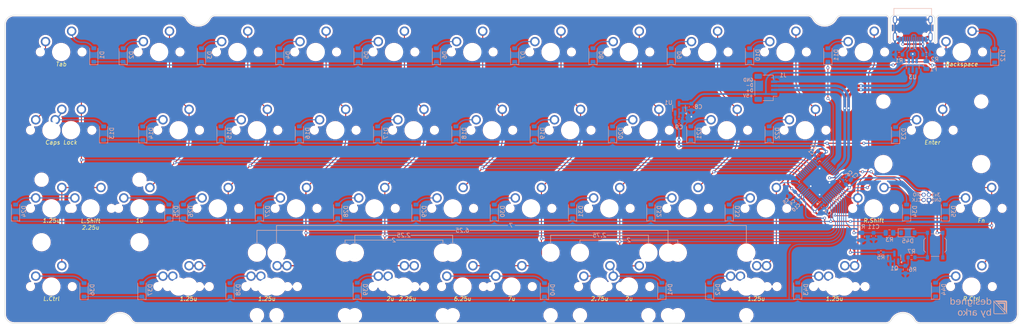
<source format=kicad_pcb>
(kicad_pcb (version 20240108) (generator "pcbnew") (generator_version "8.0")
  (layers (0 "F.Cu" signal) (31 "B.Cu" signal) (34 "B.Paste" user) (35 "F.Paste" user) (36 "B.SilkS" user "B.Silkscreen") (37 "F.SilkS" user "F.Silkscreen") (38 "B.Mask" user) (39 "F.Mask" user) (44 "Edge.Cuts" user))
  (net 0 "")
  (net 1 "Net-(D1-A)")
  (net 2 "Net-(D2-A)")
  (net 3 "Net-(D3-A)")
  (net 4 "Net-(D4-A)")
  (net 5 "Net-(D5-A)")
  (net 6 "Net-(D6-A)")
  (net 7 "Net-(D7-A)")
  (net 8 "Net-(D8-A)")
  (net 9 "Net-(D9-A)")
  (net 10 "Net-(D10-A)")
  (net 11 "Net-(D11-A)")
  (net 12 "Net-(D13-A)")
  (net 13 "Net-(D14-A)")
  (net 14 "Net-(D15-A)")
  (net 15 "Net-(D16-A)")
  (net 16 "Net-(D17-A)")
  (net 17 "Net-(D18-A)")
  (net 18 "Net-(D19-A)")
  (net 19 "Net-(D20-A)")
  (net 20 "Net-(D21-A)")
  (net 21 "Net-(D22-A)")
  (net 22 "Net-(D23-A)")
  (net 23 "Net-(D26-A)")
  (net 24 "Net-(D27-A)")
  (net 25 "Net-(D29-A)")
  (net 26 "Net-(D30-A)")
  (net 27 "Net-(D31-A)")
  (net 28 "Net-(D32-A)")
  (net 29 "Net-(D33-A)")
  (net 30 "Net-(D34-A)")
  (net 31 "Net-(D36-A)")
  (net 32 "Net-(D37-A)")
  (net 33 "Net-(D39-A)")
  (net 34 "Net-(D12-A)")
  (net 35 "Net-(D24-A)")
  (net 36 "Net-(D38-A)")
  (net 37 "+5V")
  (net 38 "D-")
  (net 39 "D+")
  (net 40 "row0")
  (net 41 "col11")
  (net 42 "row1")
  (net 43 "row3")
  (net 44 "col0")
  (net 45 "col1")
  (net 46 "col2")
  (net 47 "col3")
  (net 48 "col4")
  (net 49 "col5")
  (net 50 "col6")
  (net 51 "col7")
  (net 52 "col8")
  (net 53 "col9")
  (net 54 "col10")
  (net 55 "GND")
  (net 56 "Net-(D25-A)")
  (net 57 "Net-(D28-A)")
  (net 58 "Net-(D35-A)")
  (net 59 "+3V3")
  (net 60 "BOOT")
  (net 70 "Net-(D40-A)")
  (net 71 "Net-(D41-A)")
  (net 72 "Net-(D42-A)")
  (net 73 "Net-(D43-A)")
  (net 75 "row2")
  (net 76 "Net-(D44-A)")
  (net 84 "SWDIO")
  (net 85 "nRST")
  (net 86 "SWCLK")
  (net 87 "Net-(J4-D--PadA7)")
  (net 88 "Net-(J4-D+-PadA6)")
  (net 89 "Net-(J4-CC2)")
  (net 90 "Net-(J4-CC1)")
  (net 91 "Net-(F1-Pad1)")
  (net 92 "Net-(D45-K)")
  (net 93 "Net-(D45-A)")
  (net 94 "Net-(Q1-D)")
  (net 95 "Net-(Q1-G)")
  (footprint "PCM_marbastlib-mx:SW_MX_1u" (layer "F.Cu") (at 34.23045 60.424178)
    (property "Reference" "MX25" (hide yes))
    (property "Value" "MX_SW_solder")
  )
  (footprint "PCM_marbastlib-mx:SW_MX_1u" (layer "F.Cu") (at 55.661682 41.374194)
    (property "Reference" "MX15" (hide yes))
    (property "Value" "MX_SW_solder")
  )
  (footprint "PCM_marbastlib-mx:SW_MX_1.25u" (layer "F.Cu") (at 24.705458 60.424178)
    (property "Reference" "MX26" (hide yes))
    (property "Value" "MX_SW_solder")
  )
  (footprint "PCM_marbastlib-mx:SW_MX_1u" (layer "F.Cu") (at 108.049138 79.474162)
    (property "Reference" "MX43" (hide yes))
    (property "Value" "MX_SW_solder")
  )
  (footprint "PCM_marbastlib-mx:SW_MX_1u" (layer "F.Cu") (at 146.149206 22.32421)
    (property "Reference" "MX7" (hide yes))
    (property "Value" "MX_SW_solder" (hide yes))
  )
  (footprint "PCM_marbastlib-mx:SW_MX_1u" (layer "F.Cu") (at 189.011634 41.374194)
    (property "Reference" "MX22" (hide yes))
    (property "Value" "MX_SW_solder" (hide yes))
  )
  (footprint "PCM_marbastlib-mx:STAB_MX_2.75u" (layer "F.Cu") (at 158.055346 79.474162 180)
    (property "Reference" "S8" (hide yes))
    (property "Value" "2.75")
  )
  (footprint "PCM_marbastlib-mx:SW_MX_1u" (layer "F.Cu") (at 103.286642 60.424178)
    (property "Reference" "MX30" (hide yes))
    (property "Value" "MX_SW_solder")
  )
  (footprint "PCM_marbastlib-mx:STAB_MX_2.25u" (layer "F.Cu") (at 34.23045 60.424178)
    (property "Reference" "S2" (hide yes))
    (property "Value" "2.25")
  )
  (footprint "PCM_marbastlib-mx:SW_MX_1u" (layer "F.Cu") (at 158.055346 79.474162)
    (property "Reference" "MX53" (hide yes))
    (property "Value" "MX_SW_solder")
  )
  (footprint "PCM_marbastlib-mx:STAB_MX_2u" (layer "F.Cu") (at 108.049138 79.474162 180)
    (property "Reference" "S4" (hide yes))
    (property "Value" "2")
  )
  (footprint "PCM_marbastlib-mx:SW_MX_1.5u" (layer "F.Cu") (at 27.086706 22.32421)
    (property "Reference" "MX1" (hide yes))
    (property "Value" "MX_SW_solder" (hide yes))
  )
  (footprint "PCM_marbastlib-mx:SW_MX_1.25u" (layer "F.Cu") (at 77.092914 79.474162)
    (property "Reference" "MX41" (hide yes))
    (property "Value" "MX_SW_solder")
  )
  (footprint "PCM_marbastlib-mx:SW_MX_1u" (layer "F.Cu") (at 122.336626 60.424178)
    (property "Reference" "MX31" (hide yes))
    (property "Value" "MX_SW_solder")
  )
  (footprint "PCM_marbastlib-mx:SW_MX_1.25u" (layer "F.Cu") (at 196.155314 79.474162)
    (property "Reference" "MX47" (hide yes))
    (property "Value" "MX_SW_solder")
  )
  (footprint "PCM_marbastlib-mx:SW_MX_1u" (layer "F.Cu") (at 88.999206 22.32421)
    (property "Reference" "MX4" (hide yes))
    (property "Value" "MX_SW_solder" (hide yes))
  )
  (footprint "PCM_marbastlib-mx:SW_MX_1u" (layer "F.Cu") (at 84.236658 60.424178)
    (property "Reference" "MX29" (hide yes))
    (property "Value" "MX_SW_solder")
  )
  (footprint "PCM_marbastlib-mx:SW_MX_1u" (layer "F.Cu") (at 179.486578 60.424178)
    (property "Reference" "MX34" (hide yes))
    (property "Value" "MX_SW_solder")
  )
  (footprint "PCM_marbastlib-mx:SW_MX_1u" (layer "F.Cu") (at 184.249206 22.32421)
    (property "Reference" "MX9" (hide yes))
    (property "Value" "MX_SW_solder" (hide yes))
  )
  (footprint "PCM_marbastlib-mx:SW_MX_1u" (layer "F.Cu") (at 136.624114 79.474162)
    (property "Reference" "MX45" (hide yes))
    (property "Value" "MX_SW_solder")
  )
  (footprint "PCM_marbastlib-mx:SW_MX_1.75u_STP_1.25" (layer "F.Cu") (at 24.705458 41.374194)
    (property "Reference" "MX14" (hide yes))
    (property "Value" "MX_SW_solder")
  )
  (footprint "PCM_marbastlib-mx:SW_MX_1u" (layer "F.Cu") (at 222.349206 22.32421)
    (property "Reference" "MX11" (hide yes))
    (property "Value" "MX_SW_solder" (hide yes))
  )
  (footprint "PCM_marbastlib-mx:SW_MX_1u" (layer "F.Cu") (at 203.299206 22.32421)
    (property "Reference" "MX10" (hide yes))
    (property "Value" "MX_SW_solder" (hide yes))
  )
  (footprint "PCM_marbastlib-mx:SW_MX_1u" (layer "F.Cu") (at 165.199206 22.32421)
    (property "Reference" "MX8" (hide yes))
    (property "Value" "MX_SW_solder" (hide yes))
  )
  (footprint "PCM_marbastlib-mx:SW_MX_1u" (layer "F.Cu") (at 150.911634 41.374194)
    (property "Reference" "MX20" (hide yes))
    (property "Value" "MX_SW_solder" (hide yes))
  )
  (footprint "PCM_marbastlib-mx:SW_MX_1.25u" (layer "F.Cu") (at 58.04293 79.474162)
    (property "Reference" "MX39" (hide yes))
    (property "Value" "MX_SW_solder")
  )
  (footprint "PCM_marbastlib-mx:SW_MX_1u" (layer "F.Cu") (at 250.924018 60.424178)
    (property "Reference" "MX37" (hide yes))
    (property "Value" "MX_SW_solder")
  )
  (footprint "PCM_marbastlib-mx:STAB_MX_2.25u" (layer "F.Cu") (at 110.430386 79.474162 180)
    (property "Reference" "S7" (hide yes))
    (property "Value" "2.25")
  )
  (footprint "PCM_marbastlib-mx:SW_MX_1u" (layer "F.Cu") (at 74.711666 41.374194)
    (property "Reference" "MX16" (hide yes))
    (property "Value" "MX_SW_solder" (hide yes))
  )
  (footprint "PCM_marbastlib-mx:SW_MX_1u" (layer "F.Cu") (at 141.38661 60.42421)
    (property "Reference" "MX32" (hide yes))
    (property "Value" "MX_SW_solder")
  )
  (footprint "PCM_marbastlib-mx:SW_MX_1u" (layer "F.Cu") (at 193.774066 79.474162)
    (property "Reference" "MX48" (hide yes))
    (property "Value" "MX_SW_solder")
  )
  (footprint "PCM_marbastlib-mx:STAB_MX_6.25u" (layer "F.Cu") (at 124.717874 79.474162 180)
    (property "Reference" "S6" (hide yes))
    (property "Value" "6.25")
  )
  (footprint "PCM_marbastlib-mx:SW_MX_1.25u" (layer "F.Cu") (at 248.54277 79.474162)
    (property "Reference" "MX51" (hide yes))
    (property "Value" "MX_SW_solder")
  )
  (footprint "PCM_marbastlib-mx:SW_MX_1u" (layer "F.Cu") (at 208.061634 41.374194)
    (property "Reference" "MX23" (hide yes))
    (property "Value" "MX_SW_solder" (hide yes))
  )
  (footprint "PCM_marbastlib-mx:SW_MX_1u" (layer "F.Cu") (at 110.430386 79.474162)
    (property "Reference" "MX52" (hide yes))
    (property "Value" "MX_SW_solder")
  )
  (footprint "PCM_marbastlib-mx:SW_MX_1u" (layer "F.Cu") (at 79.474162 79.474162)
    (property "Reference" "MX42" (hide yes))
    (property "Value" "MX_SW_solder")
  )
  (footprint "PCM_marbastlib-mx:SW_MX_1.25u" (layer "F.Cu") (at 215.205298 79.474162)
    (property "Reference" "MX49" (hide yes))
    (property "Value" "MX_SW_solder")
  )
  (footprint "PCM_marbastlib-mx:SW_MX_1u" (layer "F.Cu") (at 112.811634 41.374194)
    (property "Reference" "MX18" (hide yes))
    (property "Value" "MX_SW_solder" (hide yes))
  )
  (footprint "PCM_marbastlib-mx:SW_MX_1u" (layer "F.Cu") (at 46.13669 60.424178)
    (property "Reference" "MX27" (hide yes))
    (property "Value" "MX_SW_solder")
  )
  (footprint "PCM_marbastlib-mx:STAB_MX_7u" (layer "F.Cu") (at 136.624114 79.474162 180)
    (property "Reference" "S1" (hide yes))
    (property "Value" "7")
  )
  (footprint "PCM_marbastlib-mx:SW_MX_1u" (layer "F.Cu") (at 93.76165 41.374194)
    (property "Reference" "MX17" (hide yes))
    (property "Value" "MX_SW_solder" (hide yes))
  )
  (footprint "PCM_marbastlib-mx:SW_MX_1u" (layer "F.Cu") (at 131.861634 41.374194)
    (property "Reference" "MX19" (hide yes))
    (property "Value" "MX_SW_solder" (hide yes))
  )
  (footprint "PCM_marbastlib-mx:SW_MX_1u" (layer "F.Cu") (at 69.949206 22.32421)
    (property "Reference" "MX3" (hide yes))
    (property "Value" "MX_SW_solder" (hide yes))
  )
  (footprint "PCM_marbastlib-mx:SW_MX_1u" (layer "F.Cu") (at 124.717874 79.474162)
    (property "Reference" "MX44" (hide yes))
    (property "Value" "MX_SW_solder")
  )
  (footprint "PCM_marbastlib-mx:SW_MX_1u" (layer "F.Cu") (at 65.186674 60.424178)
    (property "Reference" "MX28" (hide yes))
    (property "Value" "MX_SW_solder")
  )
  (footprint "PCM_marbastlib-mx:SW_MX_1u" (layer "F.Cu") (at 127.099206 22.32421)
    (property "Reference" "MX6" (hide yes))
    (property "Value" "MX_SW_solder" (hide yes))
  )
  (footprint "PCM_marbastlib-mx:SW_MX_1.75u" (layer "F.Cu") (at 29.467954 41.374194)
    (property "Reference" "MX13" (hide yes))
    (property "Value" "MX_SW_solder")
  )
  (footprint "PCM_marbastlib-mx:SW_MX_1u" (layer "F.Cu") (at 55.661682 79.474162)
    (property "Reference" "MX40" (hide yes))
    (property "Value" "MX_SW_solder")
  )
  (footprint "PCM_marbastlib-mx:SW_MX_1u" (layer "F.Cu") (at 165.19909 79.474162)
    (property "Reference" "MX46" (hide yes))
    (property "Value" "MX_SW_solder")
  )
  (footprint "PCM_marbastlib-mx:SW_MX_1u" (layer "F.Cu") (at 169.961634 41.374194)
    (property "Reference" "MX21" (hide yes))
    (property "Value" "MX_SW_solder" (hide yes))
  )
  (footprint "PCM_marbastlib-mx:SW_MX_1u" (layer "F.Cu") (at 108.049206 22.32421)
    (property "Reference" "MX5" (hide yes))
    (property "Value" "MX_SW_solder" (hide yes))
  )
  (footprint "PCM_marbastlib-mx:STAB_MX_2u" (layer "F.Cu") (at 165.19909 79.474162 180)
    (property "Reference" "S5" (hide yes))
    (property "Value" "2")
  )
  (footprint "PCM_marbastlib-mx:SW_MX_1u" (layer "F.Cu") (at 160.436594 60.42421)
    (property "Reference" "MX33" (hide yes))
    (property "Value" "MX_SW_solder" (hide yes))
  )
  (footprint "PCM_marbastlib-mx:SW_MX_1u" (layer "F.Cu") (at 198.536562 60.424178)
    (property "Reference" "MX35" (hide yes))
    (property "Value" "MX_SW_solder" (hide yes))
  )
  (footprint "PCM_marbastlib-mx:SW_MX_1.5u" (layer "F.Cu") (at 246.161522 22.32421)
    (property "Reference" "MX12" (hide yes))
    (property "Value" "MX_SW_solder")
  )
  (footprint "PCM_marbastlib-mx:SW_MX_1u" (layer "F.Cu") (at 50.899206 22.32421)
    (property "Reference" "MX2" (hide yes))
    (property "Value" "MX_SW_solder" (hide yes))
  )
  (footprint "PCM_marbastlib-mx:SW_MX_1.75u" (layer "F.Cu") (at 224.73029 60.424178)
    (property "Reference" "MX36" (hide yes))
    (property "Value" "MX_SW_solder")
  )
  (footprint "PCM_marbastlib-mx:SW_MX_1.25u" (layer "F.Cu") (at 24.705458 79.474162)
    (property "Reference" "MX38" (hide yes))
    (property "Value" "MX_SW_solder")
  )
  (footprint "PCM_marbastlib-mx:SW_MX_1u" (layer "F.Cu") (at 217.586546 79.474162)
    (property "Reference" "MX50" (hide yes))
    (property "Value" "MX_SW_solder")
  )
  (footprint "PCM_marbastlib-mx:SW_MX_1u" (layer "F.Cu") (at 239.017814 41.374194)
    (property "Reference" "MX24" (hide yes))
    (property "Value" "MX_SW_solder" (hide yes))
  )
  (footprint "PCM_marbastlib-mx:STAB_MX_2.25u" (layer "F.Cu") (at 239.017814 41.374194)
    (property "Reference" "S3" (hide yes))
    (property "Value" "2.25")
  )
  (footprint "Connector_USB:USB_C_Receptacle_G-Switch_GT-USB-7010ASV" (layer "B.Cu") (at 234.255282 15.5)
    (property "Reference" "J4")
    (property "Value" "USB_C_Receptacle_USB2.0_14P")
  )
  (footprint "Diode_SMD:D_SOD-123" (layer "B.Cu") (at 99.317956 23.05546 90)
    (property "Reference" "D5")
    (property "Value" "1N4148W")
  )
  (footprint "Diode_SMD:D_SOD-123" (layer "B.Cu") (at 80.267956 23.05546 90)
    (property "Reference" "D4")
    (property "Value" "1N4148W")
  )
  (footprint "Diode_SMD:D_SOD-123" (layer "B.Cu") (at 173.235802 80.205412 90)
    (property "Reference" "D41")
    (property "Value" "1N4148W")
  )
  (footprint "Capacitor_SMD:C_0402_1005Metric" (layer "B.Cu") (at 217.645661 53.166839 45)
    (property "Reference" "C6")
    (property "Value" "10n")
  )
  (footprint "Button_Switch_SMD:SW_Push_1P1T_XKB_TS-1187A" (layer "B.Cu") (at 239.702154 69.377298 -90)
    (property "Reference" "SW1" (hide yes))
    (property "Value" "SW_Push")
  )
  (footprint "Resistor_SMD:R_0402_1005Metric_Pad0.72x0.64mm_HandSolder" (layer "B.Cu") (at 226.516226 71.139794)
    (property "Reference" "R5")
    (property "Value" "100")
  )
  (footprint "Resistor_SMD:R_0603_1608Metric" (layer "B.Cu") (at 237.580282 22.948426 180)
    (property "Reference" "R2")
    (property "Value" "5.1k")
  )
  (footprint "Resistor_SMD:R_0805_2012Metric" (layer "B.Cu") (at 228.599818 66.377298)
    (property "Reference" "R3")
    (property "Value" "330k")
  )
  (footprint "Resistor_SMD:R_0603_1608Metric_Pad0.98x0.95mm_HandSolder" (layer "B.Cu") (at 232.469346 75.32651 90)
    (property "Reference" "R6")
    (property "Value" "10k")
  )
  (footprint "Diode_SMD:D_SOD-123" (layer "B.Cu") (at 123.130456 42.10546 90)
    (property "Reference" "D18")
    (property "Value" "1N4148W")
  )
  (footprint "Capacitor_SMD:C_0603_1608Metric" (layer "B.Cu") (at 177.402986 39.191386)
    (property "Reference" "C9")
    (property "Value" "1u")
  )
  (footprint "Capacitor_SMD:C_0402_1005Metric" (layer "B.Cu") (at 212.345661 59.945661 -45)
    (property "Reference" "C2")
    (property "Value" "100n")
  )
  (footprint "Resistor_SMD:R_0805_2012Metric" (layer "B.Cu") (at 221.75373 67.289798 90)
    (property "Reference" "R4")
    (property "Value" "1M")
  )
  (footprint "Package_QFP:LQFP-48_7x7mm_P0.5mm" (layer "B.Cu") (at 211.60625 53.90625 45)
    (property "Reference" "U2")
    (property "Value" "STM32F072CBTx")
  )
  (footprint "Diode_SMD:D_SOD-123" (layer "B.Cu") (at 99.119458 80.205412 90)
    (property "Reference" "D39")
    (property "Value" "1N4148W")
  )
  (footprint "Diode_SMD:D_SOD-123" (layer "B.Cu") (at 46.930456 42.10546 90)
    (property "Reference" "D14")
    (property "Value" "1N4148W")
  )
  (footprint "Diode_SMD:D_SOD-123" (layer "B.Cu") (at 254.198234 23.21716 90)
    (property "Reference" "D12")
    (property "Value" "1N4148W")
  )
  (footprint "Diode_SMD:D_SOD-123" (layer "B.Cu") (at 144.660826 80.267912 90)
    (property "Reference" "D40")
    (property "Value" "1N4148W")
  )
  (footprint "Diode_SMD:D_SOD-123" (layer "B.Cu") (at 104.080456 42.10546 90)
    (property "Reference" "D17")
    (property "Value" "1N4148W")
  )
  (footprint "Diode_SMD:D_SOD-123" (layer "B.Cu") (at 199.330456 42.10546 90)
    (property "Reference" "D22")
    (property "Value" "1N4148W")
  )
  (footprint "Capacitor_SMD:C_0402_1005Metric" (layer "B.Cu") (at 210.85625 47.936754 135)
    (property "Reference" "C1")
    (property "Value" "100n")
  )
  (footprint "Diode_SMD:D_SOD-123" (layer "B.Cu") (at 46.732002 80.267912 90)
    (property "Reference" "D37")
    (property "Value" "1N4148W")
  )
  (footprint "Diode_SMD:D_SOD-123" (layer "B.Cu") (at 232.767002 61.15546 90)
    (property "Reference" "D34")
    (property "Value" "1N4148W")
  )
  (footprint "Package_TO_SOT_SMD:SOT-23-6" (layer "B.Cu") (at 234.255282 25.598426 -90)
    (property "Reference" "U3")
    (property "Value" "USBLC6-2SC6")
  )
  (footprint "Capacitor_SMD:C_0402_1005Metric" (layer "B.Cu") (at 207.366839 58.645661 45)
    (property "Reference" "C10")
    (property "Value" "100n")
  )
  (footprint "Fuse:Fuse_0805_2012Metric" (layer "B.Cu") (at 237.580282 25.498426 -90)
    (property "Reference" "F1")
    (property "Value" "500mA")
  )
  (footprint "Diode_SMD:D_SOD-123" (layer "B.Cu") (at 156.467956 23.05546 90)
    (property "Reference" "D8")
    (property "Value" "1N4148W")
  )
  (footprint "Diode_SMD:D_SOD-123" (layer "B.Cu") (at 184.844386 80.205412 90)
    (property "Reference" "D42")
    (property "Value" "1N4148W")
  )
  (footprint "Diode_SMD:D_SOD-123" (layer "B.Cu") (at 175.517956 23.05546 90)
    (property "Reference" "D9")
    (property "Value" "1N4148W")
  )
  (footprint "Diode_SMD:D_SOD-123" (layer "B.Cu") (at 61.217956 23.05546 90)
    (property "Reference" "D3")
    (property "Value" "1N4148W")
  )
  (footprint "Diode_SMD:D_SOD-123" (layer "B.Cu") (at 32.642958 80.267912 90)
    (property "Reference" "D36")
    (property "Value" "1N4148W")
  )
  (footprint "Diode_SMD:D_SOD-123" (layer "B.Cu") (at 239.81152 80.205412 90)
    (property "Reference" "D44")
    (property "Value" "1N4148W")
  )
  (footprint "Connector_PinHeader_1.27mm:PinHeader_2x02_P1.27mm_Vertical" (layer "B.Cu") (at 238.179498 58.370274 90)
    (property "Reference" "J3" (hide yes))
    (property "Value" "Conn_01x04")
  )
  (footprint "Capacitor_SMD:C_0402_1005Metric" (layer "B.Cu") (at 206.166839 57.645661 -135)
    (property "Reference" "C4")
    (property "Value" "100n")
  )
  (footprint "Diode_SMD:D_SOD-123" (layer "B.Cu") (at 170.556994 61.15546 90)
    (property "Reference" "D32")
    (property "Value" "1N4148W")
  )
  (footprint "Resistor_SMD:R_0603_1608Metric" (layer "B.Cu") (at 230.930282 22.948426 180)
    (property "Reference" "R1")
    (property "Value" "5.1k")
  )
  (footprint "Diode_SMD:D_SOD-123" (layer "B.Cu") (at 15.993224 61.15546 90)
    (property "Reference" "D24")
    (property "Value" "1N4148W")
  )
  (footprint "Diode_SMD:D_SOD-123" (layer "B.Cu") (at 194.567956 23.05546 90)
    (property "Reference" "D10")
    (property "Value" "1N4148W")
  )
  (footprint "Diode_SMD:D_SOD-123" (layer "B.Cu") (at 35.024206 23.05546 90)
    (property "Reference" "D1")
    (property "Value" "1N4148W")
  )
  (footprint "Capacitor_SMD:C_0603_1608Metric" (layer "B.Cu") (at 205.033242 56.929258 -135)
    (property "Reference" "C5")
    (property "Value" "1u")
  )
  (footprint "Diode_SMD:D_SOD-123" (layer "B.Cu") (at 132.456994 61.15546 90)
    (property "Reference" "D30")
    (property "Value" "1N4148W")
  )
  (footprint "Diode_SMD:D_SOD-123" (layer "B.Cu") (at 142.180456 42.10546 90)
    (property "Reference" "D19")
    (property "Value" "1N4148W")
  )
  (footprint "Connector_JST:JST_SH_SM04B-SRSS-TB_1x04-1MP_P1.00mm_Horizontal" (layer "B.Cu") (at 198.536562 31.05546 90)
    (property "Reference" "J1")
    (property "Value" "Conn_01x04")
  )
  (footprint "Diode_SMD:D_SOD-123" (layer "B.Cu") (at 113.406994 61.15546 90)
    (property "Reference" "D29")
    (property "Value" "1N4148W")
  )
  (footprint "Diode_SMD:D_SOD-123" (layer "B.Cu") (at 180.280456 42.10546 90)
    (property "Reference" "D21")
    (property "Value" "1N4148W")
  )
  (footprint "Diode_SMD:D_SOD-123" (layer "B.Cu") (at 206.275618 80.205412 90)
    (property "Reference" "D43")
    (property "Value" "1N4148W")
  )
  (footprint "Diode_SMD:D_SOD-123" (layer "B.Cu") (at 42.167956 23.05546 90)
    (property "Reference" "D2")
    (property "Value" "1N4148W")
  )
  (footprint "Diode_SMD:D_SOD-123" (layer "B.Cu") (at 233.064658 66.377298)
    (property "Reference" "D45")
    (property "Value" "1N4148W")
  )
  (footprint "Capacitor_SMD:C_0603_1608Metric" (layer "B.Cu") (at 218.58125 54.08125 45)
    (property "Reference" "C7")
    (property "Value" "4.7u")
  )
  (footprint "Diode_SMD:D_SOD-123" (layer "B.Cu") (at 56.852306 61.15546 90)
    (property "Reference" "D26")
    (property "Value" "1N4148W")
  )
  (footprint "Diode_SMD:D_SOD-123" (layer "B.Cu") (at 161.230456 42.10546 90)
    (property "Reference" "D20")
    (property "Value" "1N4148W")
  )
  (footprint "Diode_SMD:D_SOD-123" (layer "B.Cu") (at 53.280434 61.15546 90)
    (property "Reference" "D25")
    (property "Value" "1N4148W")
  )
  (footprint "Diode_SMD:D_SOD-123" (layer "B.Cu") (at 151.506994 61.15546 90)
    (property "Reference" "D31")
    (property "Value" "1N4148W")
  )
  (footprint "Capacitor_SMD:C_0603_1608Metric" (layer "B.Cu") (at 224.73029 67.152298 90)
    (property "Reference" "C11")
    (property "Value" "10u")
  )
  (footprint "Diode_SMD:D_SOD-123" (layer "B.Cu") (at 37.405456 42.10546 90)
    (property "Reference" "D13")
    (property "Value" "1N4148W")
  )
  (footprint "Diode_SMD:D_SOD-123" (layer "B.Cu") (at 85.030456 42.10546 90)
    (property "Reference" "D16")
    (property "Value" "1N4148W")
  )
  (footprint "Diode_SMD:D_SOD-123" (layer "B.Cu") (at 118.367956 23.05546 90)
    (property "Reference" "D6")
    (property "Value" "1N4148W")
  )
  (footprint "Diode_SMD:D_SOD-123" (layer "B.Cu") (at 137.417956 23.05546 90)
    (property "Reference" "D7")
    (property "Value" "1N4148W")
  )
  (footprint "Diode_SMD:D_SOD-123" (layer "B.Cu") (at 230.088134 42.267128 90)
    (property "Reference" "D23")
    (property "Value" "1N4148W")
  )
  (footprint "Diode_SMD:D_SOD-123" (layer "B.Cu") (at 189.606882 61.155428 90)
    (property "Reference" "D33")
    (property "Value" "1N4148W")
  )
  (footprint "Diode_SMD:D_SOD-123" (layer "B.Cu") (at 75.306994 61.15546 90)
    (property "Reference" "D27")
    (property "Value" "1N4148W")
  )
  (footprint "Diode_SMD:D_SOD-123" (layer "B.Cu") (at 213.617956 23.05546 90)
    (property "Reference" "D11")
    (property "Value" "1N4148W")
  )
  (footprint "Capacitor_SMD:C_0603_1608Metric" (layer "B.Cu") (at 180.40625 35.68125 -90)
    (property "Reference" "C8")
    (property "Value" "1u")
  )
  (footprint "Diode_SMD:D_SOD-123" (layer "B.Cu") (at 65.980456 42.10546 90)
    (property "Reference" "D15")
    (property "Value" "1N4148W")
  )
  (footprint "Diode_SMD:D_SOD-123" (layer "B.Cu") (at 242.205615 61.15546 90)
    (property "Reference" "D35")
    (property "Value" "1N4148W")
  )
  (footprint "Capacitor_SMD:C_0603_1608Metric" (layer "B.Cu") (at 211.779074 47.036754 135)
    (property "Reference" "C3")
    (property "Value" "4.7u")
  )
  (footprint "Package_TO_SOT_SMD:SOT-23" (layer "B.Cu") (at 229.790442 72.377298 90)
    (property "Reference" "Q1")
    (property "Value" "2N7002")
  )
  (footprint "Diode_SMD:D_SOD-123" (layer "B.Cu") (at 94.356994 61.15546 90)
    (property "Reference" "D28")
    (property "Value" "1N4148W")
  )
  (footprint "Package_TO_SOT_SMD:SOT-23-3" (layer "B.Cu") (at 177.402986 36.04375 90)
    (property "Reference" "U1")
    (property "Value" "XC6206PxxxMR")
  )
  (footprint "Diode_SMD:D_SOD-123" (layer "B.Cu") (at 68.163234 80.267912 90)
    (property "Reference" "D38")
    (property "Value" "1N4148W")
  )
  (footprint "Resistor_SMD:R_0603_1608Metric" (layer "B.Cu") (at 233.957626 72.377298)
    (property "Reference" "R7")
    (property "Value" "1k")
  )
  (gr_line (start 169.961586 66.97261) (end 159.841282 66.97261) (stroke (width 0.15)) (layer "B.SilkS"))
  (gr_line (start 119.955378 68.758546) (end 119.955378 68.163234) (stroke (width 0.15)) (layer "B.SilkS"))
  (gr_line (start 169.961586 68.758546) (end 169.961586 66.97261) (stroke (width 0.15)) (layer "B.SilkS"))
  (gr_line (start 156.26941 66.97261) (end 146.149106 66.97261) (stroke (width 0.15)) (layer "B.SilkS"))
  (gr_line (start 177.10533 68.163234) (end 165.794402 68.163234) (stroke (width 0.15)) (layer "B.SilkS"))
  (gr_line (start 74.711666 65.781986) (end 74.711666 68.758546) (stroke (width 0.15)) (layer "B.SilkS"))
  (gr_poly (pts (xy 253.90625 85.857164) (xy 253.906656 85.873564) (xy 253.907868 85.889852) (xy 253.909874 85.906003) (xy 253.912663 85.921987) (xy 253.916224 85.937779) (xy 253.920546 85.953352) (xy 253.925616 85.968677) (xy 253.931425 85.983728) (xy 253.937961 85.998479) (xy 253.945212 86.012901) (xy 253.953168 86.026968) (xy 253.961816 86.040653) (xy 253.971147 86.053928) (xy 253.981148 86.066766) (xy 253.991809 86.079141) (xy 254.003118 86.091025) (xy 254.015002 86.102334) (xy 254.027377 86.112995) (xy 254.040215 86.122996) (xy 254.05349 86.132327) (xy 254.067175 86.140975) (xy 254.081242 86.148931) (xy 254.095664 86.156182) (xy 254.110415 86.162718) (xy 254.125466 86.168527) (xy 254.140791 86.173597) (xy 254.156364 86.177919) (xy 254.172156 86.18148) (xy 254.18814 86.184269) (xy 254.204291 86.186275) (xy 254.220579 86.187487) (xy 254.236979 86.187893) (xy 256.80013 86.187893) (xy 256.80423 86.187792) (xy 256.808302 86.187489) (xy 256.81234 86.186987) (xy 256.816336 86.18629) (xy 256.820284 86.1854) (xy 256.824177 86.184319) (xy 256.828008 86.183051) (xy 256.831771 86.181599) (xy 256.835459 86.179965) (xy 256.839064 86.178153) (xy 256.842581 86.176164) (xy 256.846002 86.174001) (xy 256.849321 86.171669) (xy 256.852531 86.169168) (xy 256.855624 86.166503) (xy 256.858595 86.163676) (xy 256.861423 86.160705) (xy 256.864088 86.157611) (xy 256.866588 86.154402) (xy 256.868921 86.151083) (xy 256.871083 86.147662) (xy 256.873072 86.144145) (xy 256.874885 86.140539) (xy 256.876519 86.136852) (xy 256.877971 86.133089) (xy 256.879238 86.129258) (xy 256.880319 86.125365) (xy 256.881209 86.121417) (xy 256.881906 86.11742) (xy 256.882408 86.113383) (xy 256.882711 86.109311) (xy 256.882812 86.105211) (xy 256.882812 86.043561) (xy 256.882787 86.043561) (xy 256.882712 86.040919) (xy 256.882508 86.038296) (xy 256.882177 86.035696) (xy 256.88172 86.033122) (xy 256.881139 86.03058) (xy 256.880437 86.028073) (xy 256.879614 86.025607) (xy 256.878674 86.023184) (xy 256.878382 86.022528) (xy 256.655785 86.022528) (xy 254.236979 86.022528) (xy 254.228779 86.022325) (xy 254.220635 86.021719) (xy 254.21256 86.020716) (xy 254.204568 86.019322) (xy 254.196671 86.017541) (xy 254.188885 86.015381) (xy 254.181223 86.012845) (xy 254.173697 86.009941) (xy 254.166322 86.006673) (xy 254.159111 86.003047) (xy 254.152077 85.99907) (xy 254.145235 85.994745) (xy 254.138597 85.99008) (xy 254.132178 85.985079) (xy 254.125991 85.979749) (xy 254.120049 85.974094) (xy 254.114394 85.968152) (xy 254.109064 85.961965) (xy 254.104063 85.955546) (xy 254.099398 85.948908) (xy 254.095073 85.942066) (xy 254.091096 85.935032) (xy 254.08747 85.927821) (xy 254.084202 85.920446) (xy 254.081298 85.91292) (xy 254.078762 85.905258) (xy 254.076602 85.897472) (xy 254.074821 85.889575) (xy 254.073427 85.881583) (xy 254.072424 85.873508) (xy 254.071818 85.865364) (xy 254.071615 85.857164) (xy 254.071615 83.289323) (xy 256.655785 86.022528) (xy 256.878382 86.022528) (xy 256.877616 86.02081) (xy 256.876444 86.018489) (xy 256.875159 86.016225) (xy 256.873763 86.014022) (xy 256.872257 86.011886) (xy 256.870644 86.009819) (xy 256.868925 86.007828) (xy 256.867103 86.005915) (xy 254.087285 83.065306) (xy 254.085474 83.063404) (xy 254.083765 83.061424) (xy 254.082161 83.059371) (xy 254.080663 83.057248) (xy 254.079273 83.055061) (xy 254.077993 83.052812) (xy 254.076824 83.050506) (xy 254.075768 83.048148) (xy 254.074827 83.045742) (xy 254.074004 83.043292) (xy 254.073299 83.040802) (xy 254.072714 83.038276) (xy 254.072251 83.03572) (xy 254.071913 83.033136) (xy 254.0717 83.03053) (xy 254.071615 83.027905) (xy 254.071615 82.963284) (xy 254.071513 82.959184) (xy 254.07121 82.955112) (xy 254.070708 82.951074) (xy 254.070011 82.947078) (xy 254.069121 82.94313) (xy 254.068041 82.939237) (xy 254.066773 82.935406) (xy 254.065321 82.931643) (xy 254.063687 82.927955) (xy 254.061874 82.924349) (xy 254.059885 82.920833) (xy 254.057723 82.917412) (xy 254.05539 82.914093) (xy 254.05289 82.910883) (xy 254.050225 82.90779) (xy 254.047397 82.904819) (xy 254.044426 82.901991) (xy 254.041333 82.899326) (xy 254.038123 82.896826) (xy 254.034804 82.894493) (xy 254.031383 82.892331) (xy 254.027867 82.890342) (xy 254.024261 82.888529) (xy 254.020573 82.886895) (xy 254.016811 82.885443) (xy 254.012979 82.884175) (xy 254.009086 82.883095) (xy 254.005138 82.882205) (xy 254.001142 82.881508) (xy 253.997104 82.881006) (xy 253.993032 82.880703) (xy 253.988932 82.880601) (xy 253.90625 82.880601)) (stroke (width -0.000001)) (fill solid) (layer "B.SilkS"))
  (gr_poly (pts (xy 254.236979 82.963284) (xy 254.237081 82.967384) (xy 254.237384 82.971456) (xy 254.237885 82.975493) (xy 254.238583 82.97949) (xy 254.239473 82.983438) (xy 254.240553 82.987331) (xy 254.241821 82.991162) (xy 254.243273 82.994925) (xy 254.244907 82.998613) (xy 254.24672 83.002218) (xy 254.248709 83.005735) (xy 254.250871 83.009156) (xy 254.253203 83.012475) (xy 254.255704 83.015684) (xy 254.258369 83.018778) (xy 254.261196 83.021749) (xy 254.264167 83.024576) (xy 254.267261 83.027241) (xy 254.27047 83.029742) (xy 254.273789 83.032074) (xy 254.27721 83.034237) (xy 254.280727 83.036226) (xy 254.284333 83.038038) (xy 254.28802 83.039672) (xy 254.291783 83.041124) (xy 254.295614 83.042392) (xy 254.299508 83.043472) (xy 254.303456 83.044363) (xy 254.307452 83.04506) (xy 254.311489 83.045561) (xy 254.315561 83.045864) (xy 254.319661 83.045966) (xy 254.370459 83.045966) (xy 254.373101 83.046041) (xy 254.375724 83.046245) (xy 254.378324 83.046576) (xy 254.380898 83.047033) (xy 254.38344 83.047613) (xy 254.385947 83.048316) (xy 254.388413 83.049138) (xy 254.390836 83.050079) (xy 254.39321 83.051136) (xy 254.395531 83.052309) (xy 254.397795 83.053594) (xy 254.399998 83.05499) (xy 254.402134 83.056495) (xy 254.404201 83.058108) (xy 254.406193 83.059827) (xy 254.408106 83.06165) (xy 254.408106 83.061624) (xy 254.551172 83.212971) (xy 254.551185 83.212984) (xy 254.553097 83.214805) (xy 254.555089 83.216523) (xy 254.557155 83.218135) (xy 254.559291 83.219639) (xy 254.561493 83.221034) (xy 254.563756 83.222318) (xy 254.566077 83.223489) (xy 254.56845 83.224546) (xy 254.570872 83.225486) (xy 254.573337 83.226308) (xy 254.575843 83.22701) (xy 254.578384 83.22759) (xy 254.580957 83.228046) (xy 254.583556 83.228377) (xy 254.586178 83.228581) (xy 254.588818 83.228655) (xy 254.588818 83.22872) (xy 256.619487 83.22872) (xy 256.632156 83.229034) (xy 256.644739 83.22997) (xy 256.657216 83.231519) (xy 256.669564 83.233674) (xy 256.681764 83.236424) (xy 256.693794 83.239763) (xy 256.705633 83.24368) (xy 256.717261 83.248167) (xy 256.728656 83.253216) (xy 256.739797 83.258817) (xy 256.750664 83.264963) (xy 256.761236 83.271644) (xy 256.771491 83.278852) (xy 256.781409 83.286578) (xy 256.790969 83.294814) (xy 256.80015 83.30355) (xy 256.808886 83.312731) (xy 256.817122 83.322291) (xy 256.824849 83.332209) (xy 256.832057 83.342464) (xy 256.838738 83.353035) (xy 256.844884 83.363902) (xy 256.850486 83.375043) (xy 256.855535 83.386438) (xy 256.860022 83.398066) (xy 256.863939 83.409904) (xy 256.867278 83.421934) (xy 256.870029 83.434133) (xy 256.872183 83.446481) (xy 256.873733 83.458957) (xy 256.874669 83.47154) (xy 256.874983 83.484208) (xy 256.874983 85.649903) (xy 256.875058 85.652544) (xy 256.875262 85.655167) (xy 256.875593 85.657767) (xy 256.87605 85.660341) (xy 256.87663 85.662883) (xy 256.877333 85.66539) (xy 256.878155 85.667857) (xy 256.879096 85.670279) (xy 256.880154 85.672653) (xy 256.881326 85.674975) (xy 256.882611 85.677239) (xy 256.884007 85.679441) (xy 256.885513 85.681578) (xy 256.887126 85.683644) (xy 256.888845 85.685636) (xy 256.890667 85.687549) (xy 256.890448 85.687549) (xy 257.033049 85.838405) (xy 257.034807 85.840304) (xy 257.036464 85.842278) (xy 257.03802 85.844321) (xy 257.039471 85.846431) (xy 257.040817 85.848603) (xy 257.042055 85.850833) (xy 257.043185 85.853117) (xy 257.044204 85.855451) (xy 257.045111 85.857831) (xy 257.045904 85.860253) (xy 257.046582 85.862712) (xy 257.047142 85.865205) (xy 257.047583 85.867728) (xy 257.047904 85.870276) (xy 257.048102 85.872845) (xy 257.048177 85.875431) (xy 257.048177 86.105211) (xy 257.048279 86.109311) (xy 257.048582 86.113383) (xy 257.049083 86.11742) (xy 257.04978 86.121417) (xy 257.050671 86.125365) (xy 257.051751 86.129258) (xy 257.053019 86.133089) (xy 257.054471 86.136852) (xy 257.056105 86.140539) (xy 257.057917 86.144145) (xy 257.059906 86.147662) (xy 257.062069 86.151083) (xy 257.064401 86.154402) (xy 257.066902 86.157611) (xy 257.069567 86.160705) (xy 257.072394 86.163676) (xy 257.075365 86.166503) (xy 257.078459 86.169168) (xy 257.081668 86.171669) (xy 257.084987 86.174001) (xy 257.088408 86.176164) (xy 257.091925 86.178153) (xy 257.09553 86.179965) (xy 257.099218 86.181599) (xy 257.102981 86.183051) (xy 257.106812 86.184319) (xy 257.110705 86.1854) (xy 257.114653 86.18629) (xy 257.11865 86.186987) (xy 257.122687 86.187489) (xy 257.126759 86.187792) (xy 257.130859 86.187893) (xy 257.213542 86.187893) (xy 257.213542 83.211331) (xy 257.213135 83.194931) (xy 257.211923 83.178642) (xy 257.209917 83.162492) (xy 257.207128 83.146507) (xy 257.203567 83.130715) (xy 257.199246 83.115143) (xy 257.194175 83.099818) (xy 257.188366 83.084766) (xy 257.181831 83.070016) (xy 257.174579 83.055593) (xy 257.166624 83.041527) (xy 257.157975 83.027842) (xy 257.148644 83.014567) (xy 257.138643 83.001728) (xy 257.127982 82.989354) (xy 257.116673 82.97747) (xy 257.104789 82.966161) (xy 257.092415 82.9555) (xy 257.079576 82.945499) (xy 257.066301 82.936168) (xy 257.052617 82.927519) (xy 257.03855 82.919564) (xy 257.024127 82.912312) (xy 257.009377 82.905777) (xy 256.994325 82.899968) (xy 256.979 82.894897) (xy 256.963428 82.890576) (xy 256.947636 82.887015) (xy 256.931651 82.884226) (xy 256.915501 82.88222) (xy 256.899212 82.881008) (xy 256.882812 82.880601) (xy 254.236979 82.880601)) (stroke (width -0.000001)) (fill solid) (layer "B.SilkS"))
  (gr_line (start 79.474162 64.591362) (end 79.474162 68.758546) (stroke (width 0.15)) (layer "B.SilkS"))
  (gr_line (start 164.603778 68.163234) (end 153.29285 68.163234) (stroke (width 0.15)) (layer "B.SilkS"))
  (gr_line (start 119.955378 68.163234) (end 108.64445 68.163234) (stroke (width 0.15)) (layer "B.SilkS"))
  (gr_line (start 122.931938 65.781986) (end 74.711666 65.781986) (stroke (width 0.15)) (layer "B.SilkS"))
  (gr_line (start 96.142898 68.163234) (end 96.142898 68.758546) (stroke (width 0.15)) (layer "B.SilkS"))
  (gr_line (start 107.453826 68.163234) (end 96.142898 68.163234) (stroke (width 0.15)) (layer "B.SilkS"))
  (gr_line (start 122.336626 68.758546) (end 122.336626 66.97261) (stroke (width 0.15)) (layer "B.SilkS"))
  (gr_line (start 193.774066 68.758546) (end 193.774066 64.591362) (stroke (width 0.15)) (layer "B.SilkS"))
  (gr_line (start 177.10533 68.758546) (end 177.10533 68.163234) (stroke (width 0.15)) (layer "B.SilkS"))
  (gr_line (start 135.731146 64.591362) (end 79.474162 64.591362) (stroke (width 0.15)) (layer "B.SilkS"))
  (gr_poly (pts (xy 256.747226 85.536046) (xy 256.747226 83.74219) (xy 256.434636 83.74219) (xy 256.434636 84.96488) (xy 255.200435 83.659507) (xy 256.351953 83.659507) (xy 256.356053 83.659609) (xy 256.360125 83.659912) (xy 256.364163 83.660414) (xy 256.368159 83.661111) (xy 256.372107 83.662001) (xy 256.376 83.663081) (xy 256.379832 83.664349) (xy 256.383594 83.665801) (xy 256.387282 83.667435) (xy 256.390888 83.669248) (xy 256.394404 83.671237) (xy 256.397825 83.673399) (xy 256.401144 83.675732) (xy 256.404354 83.678232) (xy 256.407448 83.680897) (xy 256.410419 83.683724) (xy 256.413246 83.686695) (xy 256.415911 83.689789) (xy 256.418411 83.692999) (xy 256.420744 83.696318) (xy 256.422906 83.699739) (xy 256.424895 83.703255) (xy 256.426708 83.706861) (xy 256.428342 83.710549) (xy 256.429794 83.714311) (xy 256.431062 83.718143) (xy 256.432142 83.722036) (xy 256.433032 83.725984) (xy 256.433729 83.72998) (xy 256.434231 83.734018) (xy 256.434534 83.73809) (xy 256.434636 83.74219) (xy 256.747226 83.74219) (xy 256.747226 83.484208) (xy 256.74706 83.477634) (xy 256.746567 83.471147) (xy 256.745754 83.464754) (xy 256.744631 83.458463) (xy 256.743204 83.452283) (xy 256.741483 83.446221) (xy 256.739474 83.440286) (xy 256.737187 83.434485) (xy 256.734629 83.428826) (xy 256.731808 83.423318) (xy 256.728732 83.417969) (xy 256.725409 83.412786) (xy 256.721847 83.407777) (xy 256.718055 83.402952) (xy 256.71404 83.398316) (xy 256.70981 83.39388) (xy 256.705374 83.38965) (xy 256.700739 83.385635) (xy 256.695913 83.381843) (xy 256.690905 83.378281) (xy 256.685722 83.374959) (xy 256.680372 83.371883) (xy 256.674864 83.369061) (xy 256.669206 83.366503) (xy 256.663405 83.364216) (xy 256.657469 83.362208) (xy 256.651407 83.360486) (xy 256.645227 83.35906) (xy 256.638936 83.357936) (xy 256.632543 83.357124) (xy 256.626056 83.35663) (xy 256.619482 83.356464) (xy 254.686823 83.356464)) (stroke (width -0.000001)) (fill solid) (layer "B.SilkS"))
  (gr_line (start 122.336626 66.97261) (end 112.216322 66.97261) (stroke (width 0.15)) (layer "B.SilkS"))
  (gr_line (start 146.149106 66.97261) (end 146.149106 68.758546) (stroke (width 0.15)) (layer "B.SilkS"))
  (gr_line (start 174.724082 65.781986) (end 174.724082 68.758546) (stroke (width 0.15)) (layer "B.SilkS"))
  (gr_line (start 98.524146 66.97261) (end 98.524146 68.758546) (stroke (width 0.15)) (layer "B.SilkS"))
  (gr_line (start 126.50381 65.781986) (end 174.724082 65.781986) (stroke (width 0.15)) (layer "B.SilkS"))
  (gr_line (start 108.64445 66.97261) (end 98.524146 66.97261) (stroke (width 0.15)) (layer "B.SilkS"))
  (gr_line (start 137.517082 64.591362) (end 193.774067 64.591362) (stroke (width 0.15)) (layer "B.SilkS"))
  (gr_line (start 153.29285 68.163234) (end 153.29285 68.758546) (stroke (width 0.15)) (layer "B.SilkS"))
  (gr_line (start 13.3734 15.6242) (end 13.3734 86.1742) (stroke (width 0.1)) (layer "Edge.Cuts"))
  (gr_line (start 229.397474 13.3742) (end 228.897474 13.8742) (stroke (width 0.1)) (layer "Edge.Cuts"))
  (gr_arc (start 235.99714 88.4242) (mid 235.219424 88.206841) (end 234.667106 87.617748) (stroke (width 0.1)) (layer "Edge.Cuts"))
  (gr_line (start 227.997475 13.3742) (end 228.497474 13.87508) (stroke (width 0.1)) (layer "Edge.Cuts"))
  (gr_line (start 235.99714 88.4242) (end 257.6234 88.4242) (stroke (width 0.1)) (layer "Edge.Cuts"))
  (gr_arc (start 63.21725 14.180652) (mid 63.769582 13.591572) (end 64.547284 13.3742) (stroke (width 0.1)) (layer "Edge.Cuts"))
  (gr_arc (start 257.6234 13.3742) (mid 259.21439 14.03321) (end 259.8734 15.6242) (stroke (width 0.1)) (layer "Edge.Cuts"))
  (gr_line (start 227.750928 88.4242) (end 45.4973 88.4242) (stroke (width 0.1)) (layer "Edge.Cuts"))
  (gr_arc (start 13.3734 15.6242) (mid 14.03241 14.03321) (end 15.6234 13.3742) (stroke (width 0.1)) (layer "Edge.Cuts"))
  (gr_arc (start 215.617122 14.180652) (mid 212.82405 15.874202) (end 210.030978 14.180652) (stroke (width 0.1)) (layer "Edge.Cuts"))
  (gr_arc (start 229.080962 87.617748) (mid 231.874034 85.924199) (end 234.667106 87.617748) (stroke (width 0.1)) (layer "Edge.Cuts"))
  (gr_line (start 239.11309 13.3742) (end 239.61309 13.8742) (stroke (width 0.1)) (layer "Edge.Cuts"))
  (gr_arc (start 229.080962 87.617748) (mid 228.528637 88.20684) (end 227.750928 88.4242) (stroke (width 0.1)) (layer "Edge.Cuts"))
  (gr_line (start 239.61309 19.8742) (end 239.61309 13.8742) (stroke (width 0.1)) (layer "Edge.Cuts"))
  (gr_line (start 216.947156 13.3742) (end 227.997475 13.3742) (stroke (width 0.1)) (layer "Edge.Cuts"))
  (gr_arc (start 15.6234 88.4242) (mid 14.03241 87.76519) (end 13.3734 86.1742) (stroke (width 0.1)) (layer "Edge.Cuts"))
  (gr_arc (start 259.8734 86.1742) (mid 259.21439 87.76519) (end 257.6234 88.4242) (stroke (width 0.1)) (layer "Edge.Cuts"))
  (gr_line (start 56.301072 13.3742) (end 15.6234 13.3742) (stroke (width 0.1)) (layer "Edge.Cuts"))
  (gr_arc (start 215.617122 14.180652) (mid 216.16946 13.591599) (end 216.947156 13.3742) (stroke (width 0.1)) (layer "Edge.Cuts"))
  (gr_arc (start 208.700944 13.3742) (mid 209.478674 13.591539) (end 210.030978 14.180652) (stroke (width 0.1)) (layer "Edge.Cuts"))
  (gr_line (start 240.01309 19.8742) (end 240.01309 13.874779) (stroke (width 0.1)) (layer "Edge.Cuts"))
  (gr_line (start 228.497474 19.8742) (end 228.497474 13.87508) (stroke (width 0.1)) (layer "Edge.Cuts"))
  (gr_arc (start 45.4973 88.4242) (mid 44.719599 88.206825) (end 44.167266 87.617748) (stroke (width 0.1)) (layer "Edge.Cuts"))
  (gr_arc (start 228.897474 19.8742) (mid 228.697474 20.0742) (end 228.497474 19.8742) (stroke (width 0.1)) (layer "Edge.Cuts"))
  (gr_line (start 240.51309 13.3742) (end 240.01309 13.874779) (stroke (width 0.1)) (layer "Edge.Cuts"))
  (gr_line (start 259.8734 86.1742) (end 259.8734 15.6242) (stroke (width 0.1)) (layer "Edge.Cuts"))
  (gr_arc (start 38.581122 87.617748) (mid 41.374194 85.924199) (end 44.167266 87.617748) (stroke (width 0.1)) (layer "Edge.Cuts"))
  (gr_line (start 228.897474 19.8742) (end 228.897474 13.8742) (stroke (width 0.1)) (layer "Edge.Cuts"))
  (gr_arc (start 38.581122 87.617748) (mid 38.028833 88.206899) (end 37.251088 88.4242) (stroke (width 0.1)) (layer "Edge.Cuts"))
  (gr_line (start 64.547284 13.3742) (end 208.700944 13.3742) (stroke (width 0.1)) (layer "Edge.Cuts"))
  (gr_line (start 240.51309 13.3742) (end 257.6234 13.3742) (stroke (width 0.1)) (layer "Edge.Cuts"))
  (gr_arc (start 63.21725 14.180652) (mid 60.424178 15.874202) (end 57.631106 14.180652) (stroke (width 0.1)) (layer "Edge.Cuts"))
  (gr_line (start 37.251088 88.4242) (end 15.6234 88.4242) (stroke (width 0.1)) (layer "Edge.Cuts"))
  (gr_arc (start 56.301072 13.3742) (mid 57.078791 13.591549) (end 57.631106 14.180652) (stroke (width 0.1)) (layer "Edge.Cuts"))
  (gr_line (start 239.11309 13.3742) (end 229.397474 13.3742) (stroke (width 0.1)) (layer "Edge.Cuts"))
  (gr_arc (start 240.01309 19.8742) (mid 239.81309 20.0742) (end 239.61309 19.8742) (stroke (width 0.1)) (layer "Edge.Cuts"))
  (gr_text "GND\nD-\nD+\n+5V" (at 195.560002 31.05546 0) (layer "B.SilkS") (effects (font (size 0.8 0.8)) (justify left mirror)))
  (gr_text "CLK" (at 236.362104 58.370274 0) (layer "B.SilkS") (effects (font (size 0.8 0.8) (thickness 0.125)) (justify left mirror)))
  (gr_text "GND" (at 238.72337 58.370274 0) (layer "B.SilkS") (effects (font (size 0.8 0.8) (thickness 0.125)) (justify right mirror)))
  (gr_text "6.25" (at 124.717874 65.781986 0) (layer "B.SilkS") (effects (font (size 1 1) (thickness 0.15) (italic yes)) (justify mirror)))
  (gr_text "2" (at 165.19909 68.163234 0) (layer "B.SilkS") (effects (font (size 1 1) (thickness 0.15) (italic yes)) (justify mirror)))
  (gr_text "7" (at 136.624114 64.591362 0) (layer "B.SilkS") (effects (font (size 1 1) (thickness 0.15) (italic yes)) (justify mirror)))
  (gr_text "DIO" (at 236.39616 57.100274 0) (layer "B.SilkS") (effects (font (size 0.8 0.8) (thickness 0.125)) (justify left mirror)))
  (gr_text "2.25" (at 110.430386 66.97261 0) (layer "B.SilkS") (effects (font (size 1 1) (thickness 0.15) (italic yes)) (justify mirror)))
  (gr_text "3v3" (at 238.72337 57.100274 0) (layer "B.SilkS") (effects (font (size 0.8 0.8) (thickness 0.125)) (justify right mirror)))
  (gr_text "designed \nby arko" (at 253.476449 84.534314 0) (layer "B.SilkS") (effects (font (size 1.6 1.6) (thickness 0.22)) (justify left mirror)))
  (gr_text "2" (at 108.049138 68.163234 0) (layer "B.SilkS") (effects (font (size 1 1) (thickness 0.15) (italic yes)) (justify mirror)))
  (gr_text "2.75" (at 158.055346 66.97261 0) (layer "B.SilkS") (effects (font (size 1 1) (thickness 0.15) (italic yes)) (justify mirror)))
  (gr_text "Enter" (at 239.01784 44.350754 0) (layer "F.SilkS") (effects (font (size 1 1) (thickness 0.15) (italic yes))))
  (gr_text "1.25u" (at 196.155314 82.450722 0) (layer "F.SilkS") (effects (font (size 1 1) (thickness 0.15) (italic yes))))
  (gr_text "1.25u" (at 77.092914 82.450722 0) (layer "F.SilkS") (effects (font (size 1 1) (thickness 0.15) (italic yes))))
  (gr_text "1.25u" (at 24.705458 63.400738 0) (layer "F.SilkS") (effects (font (size 1 1) (thickness 0.15) (italic yes))))
  (gr_text "2u" (at 107.15617 82.450722 0) (layer "F.SilkS") (effects (font (size 1 1) (thickness 0.15) (italic yes))))
  (gr_text "2.75u" (at 158.055346 82.450722 0) (layer "F.SilkS") (effects (font (size 1 1) (thickness 0.15) (italic yes))))
  (gr_text "R.Shift" (at 224.73029 63.400738 0) (layer "F.SilkS") (effects (font (size 1 1) (thickness 0.15) (italic yes))))
  (gr_text "6.25u" (at 124.717874 82.450722 0) (layer "F.SilkS") (effects (font (size 1 1) (thickness 0.15) (italic yes))))
  (gr_text "L.Shift\n2.25u" (at 34.230448 64.293706 0) (layer "F.SilkS") (effects (font (size 1 1) (thickness 0.15) (italic yes))))
  (gr_text "7u" (at 136.624114 82.450722 0) (layer "F.SilkS") (effects (font (size 1 1) (thickness 0.15) (italic yes))))
  (gr_text "1.25u" (at 215.205298 82.450722 0) (layer "F.SilkS") (effects (font (size 1 1) (thickness 0.15) (italic yes))))
  (gr_text "L.Ctrl" (at 24.705442 82.450674 0) (layer "F.SilkS") (effects (font (size 1 1) (thickness 0.15) (italic yes))))
  (gr_text "Fn" (at 250.924018 63.400738 0) (layer "F.SilkS") (effects (font (size 1 1) (thickness 0.15) (italic yes))))
  (gr_text "1.25u" (at 58.04293 82.450722 0) (layer "F.SilkS") (effects (font (size 1 1) (thickness 0.15) (italic yes))))
  (gr_text "2u" (at 165.19909 82.450722 0) (layer "F.SilkS") (effects (font (size 1 1) (thickness 0.15) (italic yes))))
  (gr_text "2.25u" (at 111.323354 82.450722 0) (layer "F.SilkS") (effects (font (size 1 1) (thickness 0.15) (italic yes))))
  (gr_text "Backspace" (at 246.161522 25.30077 0) (layer "F.SilkS") (effects (font (size 1 1) (thickness 0.15) (italic yes))))
  (gr_text "1u" (at 46.13669 63.400738 0) (layer "F.SilkS") (effects (font (size 1 1) (thickness 0.15) (italic yes))))
  (gr_text "Tab" (at 27.086704 25.300786 0) (layer "F.SilkS") (effects (font (size 1 1) (thickness 0.15) (italic yes))))
  (gr_text "Caps Lock" (at 27.086706 44.350754 0) (layer "F.SilkS") (effects (font (size 1 1) (thickness 0.15) (italic yes))))
  (gr_text "R.Ctrl" (at 248.54259 82.450674 0) (layer "F.SilkS") (effects (font (size 1 1) (thickness 0.15) (italic yes))))
  (segment (start 32.055456 19.94296) (end 32.561706 19.94296) (width 0.25) (layer "B.Cu") (net 1))
  (segment (start 30.333812 19.221316) (end 30.348349 19.235853) (width 0.25) (layer "B.Cu") (net 1))
  (segment (start 34.268812 20.650066) (end 35.024206 21.40546) (width 0.25) (layer "B.Cu") (net 1))
  (arc (start 32.055456 19.94296) (mid 31.131575 19.759188) (end 30.348348 19.235853) (width 0.25) (layer "B.Cu") (net 1))
  (arc (start 30.333812 19.221316) (mid 29.810476 18.438089) (end 29.626705 17.51421) (width 0.25) (layer "B.Cu") (net 1))
  (arc (start 32.561706 19.94296) (mid 33.485584 20.12673) (end 34.268811 20.650066) (width 0.25) (layer "B.Cu") (net 1))
  (segment (start 43.082099 20.491316) (end 42.167956 21.40546) (width 0.25) (layer "B.Cu") (net 2))
  (segment (start 44.789206 19.78421) (end 47.089206 19.78421) (width 0.25) (layer "B.Cu") (net 2))
  (arc (start 44.789206 19.78421) (mid 43.865326 19.96798) (end 43.082098 20.491315) (width 0.25) (layer "B.Cu") (net 2))
  (segment (start 62.132099 20.491316) (end 61.217956 21.40546) (width 0.25) (layer "B.Cu") (net 3))
  (segment (start 63.839206 19.78421) (end 66.139206 19.78421) (width 0.25) (layer "B.Cu") (net 3))
  (arc (start 63.839206 19.78421) (mid 62.915326 19.96798) (end 62.132098 20.491315) (width 0.25) (layer "B.Cu") (net 3))
  (segment (start 81.182099 20.491316) (end 80.267956 21.40546) (width 0.25) (layer "B.Cu") (net 4))
  (segment (start 82.889206 19.78421) (end 85.189206 19.78421) (width 0.25) (layer "B.Cu") (net 4))
  (arc (start 82.889206 19.78421) (mid 81.965326 19.96798) (end 81.182098 20.491315) (width 0.25) (layer "B.Cu") (net 4))
  (segment (start 100.232099 20.491316) (end 99.317956 21.40546) (width 0.25) (layer "B.Cu") (net 5))
  (segment (start 101.939206 19.78421) (end 104.239206 19.78421) (width 0.25) (layer "B.Cu") (net 5))
  (arc (start 101.939206 19.78421) (mid 101.015326 19.96798) (end 100.232098 20.491315) (width 0.25) (layer "B.Cu") (net 5))
  (segment (start 120.989206 19.78421) (end 123.289206 19.78421) (width 0.25) (layer "B.Cu") (net 6))
  (segment (start 119.282099 20.491316) (end 118.367956 21.40546) (width 0.25) (layer "B.Cu") (net 6))
  (arc (start 120.989206 19.78421) (mid 120.065326 19.96798) (end 119.282098 20.491315) (width 0.25) (layer "B.Cu") (net 6))
  (segment (start 140.039206 19.78421) (end 142.339206 19.78421) (width 0.25) (layer "B.Cu") (net 7))
  (segment (start 138.332099 20.491316) (end 137.417956 21.40546) (width 0.25) (layer "B.Cu") (net 7))
  (arc (start 138.332099 20.491316) (mid 139.115326 19.96798) (end 140.039206 19.784209) (width 0.25) (layer "B.Cu") (net 7))
  (segment (start 157.382099 20.491316) (end 156.467956 21.40546) (width 0.25) (layer "B.Cu") (net 8))
  (segment (start 159.089206 19.78421) (end 161.389206 19.78421) (width 0.25) (layer "B.Cu") (net 8))
  (arc (start 159.089206 19.78421) (mid 158.165326 19.96798) (end 157.382098 20.491315) (width 0.25) (layer "B.Cu") (net 8))
  (segment (start 178.139206 19.78421) (end 180.439206 19.78421) (width 0.25) (layer "B.Cu") (net 9))
  (segment (start 176.432099 20.491316) (end 175.517956 21.40546) (width 0.25) (layer "B.Cu") (net 9))
  (arc (start 178.139206 19.78421) (mid 177.215326 19.96798) (end 176.432098 20.491315) (width 0.25) (layer "B.Cu") (net 9))
  (segment (start 197.189206 19.78421) (end 199.489206 19.78421) (width 0.25) (layer "B.Cu") (net 10))
  (segment (start 195.482099 20.491316) (end 194.567956 21.40546) (width 0.25) (layer "B.Cu") (net 10))
  (arc (start 197.189206 19.78421) (mid 196.265326 19.96798) (end 195.482098 20.491315) (width 0.25) (layer "B.Cu") (net 10))
  (segment (start 216.239206 19.78421) (end 218.539206 19.78421) (width 0.25) (layer "B.Cu") (net 11))
  (segment (start 214.532099 20.491316) (end 213.617956 21.40546) (width 0.25) (layer "B.Cu") (net 11))
  (arc (start 216.239206 19.78421) (mid 215.315326 19.96798) (end 214.532098 20.491315) (width 0.25) (layer "B.Cu") (net 11))
  (segment (start 36.491312 39.541316) (end 37.405456 40.45546) (width 0.2) (layer "B.Cu") (net 12))
  (segment (start 34.784206 38.83421) (end 26.304238 38.83421) (width 0.2) (layer "B.Cu") (net 12))
  (segment (start 26.571937 37.920229) (end 26.114946 38.377219) (width 0.3) (layer "B.Cu") (net 12))
  (arc (start 26.571937 37.920229) (mid 27.070414 37.174205) (end 27.245456 36.29421) (width 0.3) (layer "B.Cu") (net 12))
  (arc (start 34.784206 38.83421) (mid 35.708084 39.01798) (end 36.491311 39.541316) (width 0.2) (layer "B.Cu") (net 12))
  (segment (start 49.551706 38.83421) (end 51.851706 38.83421) (width 0.25) (layer "B.Cu") (net 13))
  (segment (start 47.844599 39.541316) (end 46.930456 40.45546) (width 0.25) (layer "B.Cu") (net 13))
  (arc (start 49.551706 38.83421) (mid 48.627826 39.01798) (end 47.844598 39.541315) (width 0.25) (layer "B.Cu") (net 13))
  (segment (start 66.894599 39.541316) (end 65.980456 40.45546) (width 0.25) (layer "B.Cu") (net 14))
  (segment (start 68.601706 38.83421) (end 70.901706 38.83421) (width 0.25) (layer "B.Cu") (net 14))
  (arc (start 68.601706 38.83421) (mid 67.677826 39.01798) (end 66.894598 39.541315) (width 0.25) (layer "B.Cu") (net 14))
  (segment (start 87.651706 38.83421) (end 89.951706 38.83421) (width 0.25) (layer "B.Cu") (net 15))
  (segment (start 85.944599 39.541316) (end 85.030456 40.45546) (width 0.25) (layer "B.Cu") (net 15))
  (arc (start 87.651706 38.83421) (mid 86.727826 39.01798) (end 85.944598 39.541315) (width 0.25) (layer "B.Cu") (net 15))
  (segment (start 106.701706 38.83421) (end 109.001706 38.83421) (width 0.25) (layer "B.Cu") (net 16))
  (segment (start 104.994599 39.541316) (end 104.080456 40.45546) (width 0.25) (layer "B.Cu") (net 16))
  (arc (start 106.701706 38.83421) (mid 105.777826 39.01798) (end 104.994598 39.541315) (width 0.25) (layer "B.Cu") (net 16))
  (segment (start 124.044599 39.541316) (end 123.130456 40.45546) (width 0.25) (layer "B.Cu") (net 17))
  (segment (start 125.751706 38.83421) (end 128.051706 38.83421) (width 0.25) (layer "B.Cu") (net 17))
  (arc (start 125.751706 38.83421) (mid 124.827826 39.01798) (end 124.044598 39.541315) (width 0.25) (layer "B.Cu") (net 17))
  (segment (start 143.094599 39.541316) (end 142.180456 40.45546) (width 0.25) (layer "B.Cu") (net 18))
  (segment (start 144.801706 38.83421) (end 147.101706 38.83421) (width 0.25) (layer "B.Cu") (net 18))
  (arc (start 144.801706 38.83421) (mid 143.877826 39.01798) (end 143.094598 39.541315) (width 0.25) (layer "B.Cu") (net 18))
  (segment (start 162.144599 39.541316) (end 161.230456 40.45546) (width 0.25) (layer "B.Cu") (net 19))
  (segment (start 163.851706 38.83421) (end 166.151706 38.83421) (width 0.25) (layer "B.Cu") (net 19))
  (arc (start 163.851706 38.83421) (mid 162.927826 39.01798) (end 162.144598 39.541315) (width 0.25) (layer "B.Cu") (net 19))
  (segment (start 182.901706 38.83421) (end 185.201706 38.83421) (width 0.25) (layer "B.Cu") (net 20))
  (segment (start 181.194599 39.541316) (end 180.280456 40.45546) (width 0.25) (layer "B.Cu") (net 20))
  (arc (start 182.901706 38.83421) (mid 181.977826 39.01798) (end 181.194598 39.541315) (width 0.25) (layer "B.Cu") (net 20))
  (segment (start 201.951706 38.83421) (end 204.251706 38.83421) (width 0.25) (layer "B.Cu") (net 21))
  (segment (start 200.244599 39.541316) (end 199.330456 40.45546) (width 0.25) (layer "B.Cu") (net 21))
  (arc (start 201.951706 38.83421) (mid 201.027826 39.01798) (end 200.244598 39.541315) (width 0.25) (layer "B.Cu") (net 21))
  (segment (start 232.865181 38.834194) (end 235.207814 38.834194) (width 0.25) (layer "B.Cu") (net 22))
  (segment (start 231.168124 39.537138) (end 230.088134 40.617128) (width 0.25) (layer "B.Cu") (net 22))
  (arc (start 232.865181 38.834194) (mid 231.94674 39.016883) (end 231.168124 39.537138) (width 0.25) (layer "B.Cu") (net 22))
  (segment (start 57.682776 58.67499) (end 56.852306 59.50546) (width 0.25) (layer "B.Cu") (net 23))
  (segment (start 59.591965 57.884178) (end 61.376674 57.884178) (width 0.25) (layer "B.Cu") (net 23))
  (arc (start 57.682776 58.67499) (mid 58.558719 58.089703) (end 59.591965 57.884178) (width 0.25) (layer "B.Cu") (net 23))
  (segment (start 76.117635 58.694819) (end 75.306994 59.50546) (width 0.25) (layer "B.Cu") (net 24))
  (segment (start 78.074695 57.884178) (end 80.426658 57.884178) (width 0.25) (layer "B.Cu") (net 24))
  (arc (start 78.074695 57.884178) (mid 77.015541 58.094856) (end 76.117635 58.694819) (width 0.25) (layer "B.Cu") (net 24))
  (segment (start 116.174695 57.884178) (end 118.526626 57.884178) (width 0.25) (layer "B.Cu") (net 25))
  (segment (start 114.217635 58.694819) (end 113.406994 59.50546) (width 0.25) (layer "B.Cu") (net 25))
  (arc (start 116.174695 57.884178) (mid 115.115541 58.094856) (end 114.217635 58.694819) (width 0.25) (layer "B.Cu") (net 25))
  (segment (start 133.267635 58.694819) (end 132.456994 59.50546) (width 0.25) (layer "B.Cu") (net 26))
  (segment (start 135.224695 57.884178) (end 137.57661 57.884178) (width 0.25) (layer "B.Cu") (net 26))
  (arc (start 133.267635 58.694819) (mid 134.165541 58.094856) (end 135.224695 57.884178) (width 0.25) (layer "B.Cu") (net 26))
  (segment (start 154.274695 57.884178) (end 156.626594 57.884178) (width 0.25) (layer "B.Cu") (net 27))
  (segment (start 152.317635 58.694819) (end 151.506994 59.50546) (width 0.25) (layer "B.Cu") (net 27))
  (arc (start 154.274695 57.884178) (mid 153.215541 58.094856) (end 152.317635 58.694819) (width 0.25) (layer "B.Cu") (net 27))
  (segment (start 171.367619 58.694835) (end 170.556994 59.50546) (width 0.25) (layer "B.Cu") (net 28))
  (segment (start 173.32464 57.88421) (end 175.676578 57.88421) (width 0.25) (layer "B.Cu") (net 28))
  (arc (start 173.32464 57.88421) (mid 172.265508 58.094884) (end 171.367619 58.694835) (width 0.25) (layer "B.Cu") (net 28))
  (segment (start 190.417619 58.694835) (end 189.606994 59.50546) (width 0.25) (layer "B.Cu") (net 29))
  (segment (start 192.37464 57.88421) (end 194.726562 57.88421) (width 0.25) (layer "B.Cu") (net 29))
  (arc (start 192.37464 57.88421) (mid 191.315508 58.094884) (end 190.417619 58.694835) (width 0.25) (layer "B.Cu") (net 29))
  (segment (start 232.767038 58.241358) (end 232.767038 59.505428) (width 0.25) (layer "B.Cu") (net 30))
  (segment (start 229.869858 55.344178) (end 227.270326 55.344178) (width 0.25) (layer "B.Cu") (net 30))
  (arc (start 232.767038 58.241358) (mid 231.918474 56.192742) (end 229.869858 55.344178) (width 0.25) (layer "B.Cu") (net 30))
  (segment (start 29.734208 76.934162) (end 20.895458 76.934162) (width 0.25) (layer "B.Cu") (net 31))
  (segment (start 31.825413 77.800367) (end 32.642958 78.617912) (width 0.25) (layer "B.Cu") (net 31))
  (arc (start 29.734208 76.934162) (mid 30.865959 77.159281) (end 31.825412 77.800367) (width 0.25) (layer "B.Cu") (net 31))
  (segment (start 51.851682 76.934162) (end 54.23293 76.934162) (width 0.25) (layer "B.Cu") (net 32))
  (segment (start 49.775718 76.934162) (end 51.851682 76.934162) (width 0.25) (layer "B.Cu") (net 32))
  (segment (start 47.623486 77.825646) (end 46.732002 78.71713) (width 0.25) (layer "B.Cu") (net 32))
  (arc (start 47.623486 77.825646) (mid 48.610938 77.165851) (end 49.775718 76.934162) (width 0.25) (layer "B.Cu") (net 32))
  (segment (start 104.239138 76.934162) (end 106.620386 76.934162) (width 0.25) (layer "B.Cu") (net 33))
  (segment (start 101.887104 76.934162) (end 104.239138 76.934162) (width 0.25) (layer "B.Cu") (net 33))
  (segment (start 99.930083 77.744787) (end 99.119458 78.555412) (width 0.25) (layer "B.Cu") (net 33))
  (arc (start 101.887104 76.934162) (mid 100.827972 77.144836) (end 99.930083 77.744787) (width 0.25) (layer "B.Cu") (net 33))
  (segment (start 254.198234 20.14421) (end 254.198234 21.56716) (width 0.25) (layer "B.Cu") (net 34))
  (segment (start 248.701522 17.24421) (end 251.298234 17.24421) (width 0.25) (layer "B.Cu") (net 34))
  (arc (start 254.198234 20.14421) (mid 253.348844 18.0936) (end 251.298234 17.24421) (width 0.25) (layer "B.Cu") (net 34))
  (segment (start 20.895458 57.884178) (end 18.774304 57.884178) (width 0.25) (layer "B.Cu") (net 35))
  (segment (start 16.794405 58.704279) (end 15.993224 59.50546) (width 0.25) (layer "B.Cu") (net 35))
  (segment (start 20.895458 57.884178) (end 30.42045 57.884178) (width 0.25) (layer "B.Cu") (net 35))
  (arc (start 16.794405 58.704279) (mid 17.70279 58.097315) (end 18.774304 57.884178) (width 0.25) (layer "B.Cu") (net 35))
  (segment (start 71.037575 76.934162) (end 73.282914 76.934162) (width 0.3) (layer "B.Cu") (net 36))
  (segment (start 69.005109 77.776037) (end 68.163234 78.617912) (width 0.3) (layer "B.Cu") (net 36))
  (segment (start 73.282914 76.934162) (end 75.664162 76.934162) (width 0.3) (layer "B.Cu") (net 36))
  (arc (start 71.037575 76.934162) (mid 69.937612 77.152958) (end 69.005109 77.776037) (width 0.3) (layer "B.Cu") (net 36))
  (segment (start 180.40625 34.90625) (end 177.402986 34.90625) (width 0.4) (layer "B.Cu") (net 37))
  (segment (start 200.936562 27.384362) (end 229.557326 27.384362) (width 0.4) (layer "B.Cu") (net 37))
  (segment (start 237.238861 26.094506) (end 237.580282 26.435927) (width 0.4) (layer "B.Cu") (net 37))
  (segment (start 233.000116 25.598426) (end 234.255282 25.598426) (width 0.4) (layer "B.Cu") (net 37))
  (segment (start 234.255282 25.598426) (end 236.041218 25.598426) (width 0.4) (layer "B.Cu") (net 37))
  (segment (start 198.536562 32.55546) (end 198.536562 29.784362) (width 0.4) (layer "B.Cu") (net 37))
  (segment (start 230.97154 26.798575) (end 231.585903 26.184212) (width 0.4) (layer "B.Cu") (net 37))
  (segment (start 180.40625 34.90625) (end 182.171253 33.141247) (width 0.4) (layer "B.Cu") (net 37))
  (segment (start 198.536562 32.55546) (end 200.536562 32.55546) (width 0.4) (layer "B.Cu") (net 37))
  (segment (start 183.585467 32.55546) (end 198.536562 32.55546) (width 0.4) (layer "B.Cu") (net 37))
  (segment (start 234.255282 26.735926) (end 234.255282 25.598426) (width 0.4) (layer "B.Cu") (net 37))
  (arc (start 182.171253 33.141247) (mid 182.8201 32.707701) (end 183.585467 32.55546) (width 0.4) (layer "B.Cu") (net 37))
  (arc (start 229.557326 27.384362) (mid 230.322693 27.232121) (end 230.97154 26.798575) (width 0.4) (layer "B.Cu") (net 37))
  (arc (start 236.041218 25.598426) (mid 236.689378 25.727353) (end 237.238861 26.094506) (width 0.4) (layer "B.Cu") (net 37))
  (arc (start 198.536562 29.784362) (mid 199.239506 28.087306) (end 200.936562 27.384362) (width 0.4) (layer "B.Cu") (net 37))
  (arc (start 231.585903 26.184212) (mid 232.234749 25.750667) (end 233.000116 25.598426) (width 0.4) (layer "B.Cu") (net 37))
  (segment (start 217.714858 36.016386) (end 217.714858 33.93486) (width 0.66) (layer "F.Cu") (net 38))
  (segment (start 221.061258 30.58846) (end 221.65625 30.58846) (width 0.66) (layer "F.Cu") (net 38))
  (via (at 221.65625 30.58846) (size 0.7) (drill 0.4) (layers "F.Cu" "B.Cu") (net 38))
  (via (at 217.714858 36.016386) (size 0.7) (drill 0.44) (layers "F.Cu" "B.Cu") (net 38))
  (arc (start 221.061258 30.58846) (mid 218.694996 31.568598) (end 217.714858 33.93486) (width 0.66) (layer "F.Cu") (net 38))
  (segment (start 232.188282 30.58846) (end 221.65625 30.58846) (width 0.66) (layer "B.Cu") (net 38))
  (segment (start 201.755397 31.52246) (end 215.302463 31.52246) (width 0.66) (layer "B.Cu") (net 38))
  (segment (start 233.788282 28.212676) (end 233.788282 28.98846) (width 0.66) (layer "B.Cu") (net 38))
  (segment (start 216.944817 49.312689) (end 216.286377 49.971129) (width 0.66) (layer "B.Cu") (net 38))
  (segment (start 217.714858 36.016386) (end 217.714858 47.453647) (width 0.66) (layer "B.Cu") (net 38))
  (segment (start 216.063176 50.509983) (end 215.079912 51.493248) (width 0.3) (layer "B.Cu") (net 38))
  (segment (start 217.714858 36.016386) (end 217.714858 33.934854) (width 0.66) (layer "B.Cu") (net 38))
  (arc (start 233.788282 28.98846) (mid 233.319653 30.119831) (end 232.188282 30.58846) (width 0.66) (layer "B.Cu") (net 38))
  (arc (start 217.008284 32.229034) (mid 217.531225 33.01167) (end 217.714858 33.934854) (width 0.66) (layer "B.Cu") (net 38))
  (arc (start 216.174777 50.240556) (mid 216.145772 50.386368) (end 216.063176 50.509983) (width 0.3) (layer "B.Cu") (net 38))
  (arc (start 217.714858 47.453647) (mid 217.51473 48.459753) (end 216.944817 49.312689) (width 0.66) (layer "B.Cu") (net 38))
  (arc (start 217.008284 32.229034) (mid 216.225646 31.706092) (end 215.302463 31.52246) (width 0.66) (layer "B.Cu") (net 38))
  (segment (start 221.65625 31.52246) (end 221.061158 31.52246) (width 0.66) (layer "F.Cu") (net 39))
  (segment (start 218.648858 33.93476) (end 218.648858 36.016386) (width 0.66) (layer "F.Cu") (net 39))
  (via (at 221.65625 31.52246) (size 0.7) (drill 0.4) (layers "F.Cu" "B.Cu") (net 39))
  (via (at 218.648858 36.016386) (size 0.7) (drill 0.44) (layers "F.Cu" "B.Cu") (net 39))
  (arc (start 218.648858 33.93476) (mid 219.355404 32.229006) (end 221.061158 31.52246) (width 0.66) (layer "F.Cu") (net 39))
  (segment (start 232.188282 31.52246) (end 221.65625 31.52246) (width 0.66) (layer "B.Cu") (net 39))
  (segment (start 218.648858 36.016386) (end 218.648858 33.934853) (width 0.66) (layer "B.Cu") (net 39))
  (segment (start 218.648858 36.016386) (end 218.648858 47.647085) (width 0.66) (layer "B.Cu") (net 39))
  (segment (start 234.722282 28.212676) (end 234.722282 28.98846) (width 0.66) (layer "B.Cu") (net 39))
  (segment (start 201.755397 30.58846) (end 215.302464 30.58846) (width 0.66) (layer "B.Cu") (net 39))
  (segment (start 216.431697 50.848568) (end 215.433465 51.846801) (width 0.3) (layer "B.Cu") (net 39))
  (segment (start 216.940615 50.637767) (end 217.742036 49.836346) (width 0.66) (layer "B.Cu") (net 39))
  (arc (start 217.668722 31.568596) (mid 218.394128 32.654244) (end 218.648858 33.934853) (width 0.66) (layer "B.Cu") (net 39))
  (arc (start 234.722282 28.98846) (mid 233.980091 30.780269) (end 232.188282 31.52246) (width 0.66) (layer "B.Cu") (net 39))
  (arc (start 218.648858 47.647085) (mid 218.413182 48.831904) (end 217.742036 49.836346) (width 0.66) (layer "B.Cu") (net 39))
  (arc (start 216.686156 50.743168) (mid 216.548444 50.77056) (end 216.431697 50.848568) (width 0.3) (layer "B.Cu") (net 39))
  (arc (start 217.668722 31.568596) (mid 216.583073 30.843189) (end 215.302464 30.58846) (width 0.66) (layer "B.Cu") (net 39))
  (segment (start 230.385754 25.003114) (end 230.170289 25.218579) (width 0.25) (layer "F.Cu") (net 40))
  (segment (start 238.340275 25.218579) (end 238.12481 25.003114) (width 0.25) (layer "F.Cu") (net 40))
  (segment (start 213.617956 26.193738) (end 213.617956 33.635138) (width 0.2) (layer "F.Cu") (net 40))
  (segment (start 237.406205 24.705458) (end 231.104359 24.705458) (width 0.25) (layer "F.Cu") (net 40))
  (via (at 213.617956 26.193738) (size 0.7) (drill 0.4) (layers "F.Cu" "B.Cu") (net 40))
  (via (at 213.617956 33.635138) (size 0.7) (drill 0.4) (layers "F.Cu" "B.Cu") (net 40))
  (via (at 239.017778 25.49921) (size 0.7) (drill 0.4) (layers "F.Cu" "B.Cu") (net 40))
  (via (at 229.492786 25.49921) (size 0.7) (drill 0.4) (layers "F.Cu" "B.Cu") (net 40))
  (arc (start 231.104359 24.705458) (mid 230.715453 24.782816) (end 230.385754 25.003114) (width 0.25) (layer "F.Cu") (net 40))
  (arc (start 239.017778 25.49921) (mid 238.651116 25.426276) (end 238.340275 25.218579) (width 0.25) (layer "F.Cu") (net 40))
  (arc (start 238.12481 25.003114) (mid 237.795112 24.782816) (end 237.406205 24.705458) (width 0.25) (layer "F.Cu") (net 40))
  (arc (start 230.170289 25.218579) (mid 229.859448 25.426276) (end 229.492786 25.49921) (width 0.25) (layer "F.Cu") (net 40))
  (segment (start 212.513546 25.49921) (end 195.672366 25.49921) (width 0.25) (layer "B.Cu") (net 40))
  (segment (start 156.467956 24.70546) (end 155.893876 25.27954) (width 0.25) (layer "B.Cu") (net 40))
  (segment (start 40.580461 24.70546) (end 40.580448 24.70546) (width 0.25) (layer "B.Cu") (net 40))
  (segment (start 79.693876 25.27954) (end 80.267956 24.70546) (width 0.25) (layer "B.Cu") (net 40))
  (segment (start 81.372366 25.49921) (end 98.213546 25.49921) (width 0.25) (layer "B.Cu") (net 40))
  (segment (start 80.842036 25.27954) (end 80.267956 24.70546) (width 0.25) (layer "B.Cu") (net 40))
  (segment (start 137.417956 24.70546) (end 137.992036 25.27954) (width 0.25) (layer "B.Cu") (net 40))
  (segment (start 40.580456 24.705458) (end 40.58045 24.70546) (width 0.25) (layer "B.Cu") (net 40))
  (segment (start 214.55617 47.77435) (end 212.958592 49.371928) (width 0.2) (layer "B.Cu") (net 40))
  (segment (start 60.113546 25.49921) (end 43.272366 25.49921) (width 0.25) (layer "B.Cu") (net 40))
  (segment (start 253.305266 25.49921) (end 239.017778 25.49921) (width 0.25) (layer "B.Cu") (net 40))
  (segment (start 157.042036 25.27954) (end 156.467956 24.70546) (width 0.25) (layer "B.Cu") (net 40))
  (segment (start 118.367956 24.70546) (end 117.793876 25.27954) (width 0.25) (layer "B.Cu") (net 40))
  (segment (start 214.907642 35.587566) (end 214.907642 46.925822) (width 0.2) (layer "B.Cu") (net 40))
  (segment (start 193.463546 25.49921) (end 176.622366 25.49921) (width 0.25) (layer "B.Cu") (net 40))
  (segment (start 213.617956 33.635138) (end 214.439013 34.456195) (width 0.2) (layer "B.Cu") (net 40))
  (segment (start 98.743876 25.27954) (end 99.317956 24.70546) (width 0.25) (layer "B.Cu") (net 40))
  (segment (start 119.472366 25.49921) (end 136.313546 25.49921) (width 0.25) (layer "B.Cu") (net 40))
  (segment (start 176.092036 25.27954) (end 175.517956 24.70546) (width 0.25) (layer "B.Cu") (net 40))
  (segment (start 254.198234 24.86716) (end 253.750681 25.314713) (width 0.25) (layer "B.Cu") (net 40))
  (segment (start 118.367956 24.70546) (end 118.942036 25.27954) (width 0.25) (layer "B.Cu") (net 40))
  (segment (start 195.142036 25.27954) (end 194.567956 24.70546) (width 0.25) (layer "B.Cu") (net 40))
  (segment (start 194.567956 24.70546) (end 193.993876 25.27954) (width 0.25) (layer "B.Cu") (net 40))
  (segment (start 99.317956 24.70546) (end 99.892036 25.27954) (width 0.25) (layer "B.Cu") (net 40))
  (segment (start 62.322366 25.49921) (end 79.163546 25.49921) (width 0.25) (layer "B.Cu") (net 40))
  (segment (start 40.58046 24.70546) (end 40.58045 24.70546) (width 0.25) (layer "B.Cu") (net 40))
  (segment (start 40.580452 24.70546) (end 40.580459 24.70546) (width 0.25) (layer "B.Cu") (net 40))
  (segment (start 60.643876 25.27954) (end 61.217956 24.70546) (width 0.25) (layer "B.Cu") (net 40))
  (segment (start 61.792036 25.27954) (end 61.217956 24.70546) (width 0.25) (layer "B.Cu") (net 40))
  (segment (start 40.580456 24.705458) (end 40.580448 24.70546) (width 0.25) (layer "B.Cu") (net 40))
  (segment (start 40.580448 24.70546) (end 35.024206 24.70546) (width 0.25) (layer "B.Cu") (net 40))
  (segment (start 137.417956 24.70546) (end 136.843876 25.27954) (width 0.25) (layer "B.Cu") (net 40))
  (segment (start 157.572366 25.49921) (end 174.413546 25.49921) (width 0.25) (layer "B.Cu") (net 40))
  (segment (start 213.617956 24.70546) (end 213.043876 25.27954) (width 0.25) (layer "B.Cu") (net 40))
  (segment (start 213.617956 24.70546) (end 214.192036 25.27954) (width 0.25) (layer "B.Cu") (net 40))
  (segment (start 175.517956 24.70546) (end 174.943876 25.27954) (width 0.25) (layer "B.Cu") (net 40))
  (segment (start 155.363546 25.49921) (end 138.522366 25.49921) (width 0.25) (layer "B.Cu") (net 40))
  (segment (start 40.580461 24.70546) (end 42.167956 24.70546) (width 0.25) (layer "B.Cu") (net 40))
  (segment (start 213.617956 24.70546) (end 213.617956 26.193738) (width 0.2) (layer "B.Cu") (net 40))
  (segment (start 42.742036 25.27954) (end 42.167956 24.70546) (width 0.25) (layer "B.Cu") (net 40))
  (segment (start 100.422366 25.49921) (end 117.263546 25.49921) (width 0.25) (layer "B.Cu") (net 40))
  (segment (start 214.722366 25.49921) (end 229.492786 25.49921) (width 0.25) (layer "B.Cu") (net 40))
  (arc (start 62.322366 25.49921) (mid 62.035353 25.44212) (end 61.792036 25.27954) (width 0.25) (layer "B.Cu") (net 40))
  (arc (start 176.092036 25.27954) (mid 176.335353 25.44212) (end 176.622366 25.49921) (width 0.25) (layer "B.Cu") (net 40))
  (arc (start 212.513546 25.49921) (mid 212.800559 25.44212) (end 213.043876 25.27954) (width 0.25) (layer "B.Cu") (net 40))
  (arc (start 60.113546 25.49921) (mid 60.400559 25.44212) (end 60.643876 25.27954) (width 0.25) (layer "B.Cu") (net 40))
  (arc (start 214.907642 35.587566) (mid 214.785849 34.975273) (end 214.439013 34.456195) (width 0.2) (layer "B.Cu") (net 40))
  (arc (start 195.142036 25.27954) (mid 195.385353 25.44212) (end 195.672366 25.49921) (width 0.25) (layer "B.Cu") (net 40))
  (arc (start 157.572366 25.49921) (mid 157.285353 25.44212) (end 157.042036 25.27954) (width 0.25) (layer "B.Cu") (net 40))
  (arc (start 214.907642 46.925822) (mid 214.816297 47.385042) (end 214.55617 47.77435) (width 0.2) (layer "B.Cu") (net 40))
  (arc (start 100.422366 25.49921) (mid 100.135353 25.44212) (end 99.892036 25.27954) (width 0.25) (layer "B.Cu") (net 40))
  (arc (start 136.313546 25.49921) (mid 136.600559 25.44212) (end 136.843876 25.27954) (width 0.25) (layer "B.Cu") (net 40))
  (arc (start 174.413546 25.49921) (mid 174.700559 25.44212) (end 174.943876 25.27954) (width 0.25) (layer "B.Cu") (net 40))
  (arc (start 81.372366 25.49921) (mid 81.085353 25.44212) (end 80.842036 25.27954) (width 0.25) (layer "B.Cu") (net 40))
  (arc (start 98.743876 25.27954) (mid 98.500559 25.44212) (end 98.213546 25.49921) (width 0.25) (layer "B.Cu") (net 40))
  (arc (start 119.472366 25.49921) (mid 119.185353 25.44212) (end 118.942036 25.27954) (width 0.25) (layer "B.Cu") (net 40))
  (arc (start 40.580456 24.705458) (mid 40.580458 24.705459) (end 40.58046 24.70546) (width 0.25) (layer "B.Cu") (net 40))
  (arc (start 79.693876 25.27954) (mid 79.450559 25.44212) (end 79.163546 25.49921) (width 0.25) (layer "B.Cu") (net 40))
  (arc (start 40.580452 24.70546) (mid 40.580455 24.705459) (end 40.580456 24.705458) (width 0.25) (layer "B.Cu") (net 40))
  (arc (start 137.992036 25.27954) (mid 138.235353 25.44212) (end 138.522366 25.49921) (width 0.25) (layer "B.Cu") (net 40))
  (arc (start 193.463546 25.49921) (mid 193.750559 25.44212) (end 193.993876 25.27954) (width 0.25) (layer "B.Cu") (net 40))
  (arc (start 117.263546 25.49921) (mid 117.550559 25.44212) (end 117.793876 25.27954) (width 0.25) (layer "B.Cu") (net 40))
  (arc (start 40.580456 24.705458) (mid 40.580458 24.705459) (end 40.580461 24.70546) (width 0.25) (layer "B.Cu") (net 40))
  (arc (start 214.192036 25.27954) (mid 214.435353 25.44212) (end 214.722366 25.49921) (width 0.25) (layer "B.Cu") (net 40))
  (arc (start 40.580456 24.705458) (mid 40.580457 24.705459) (end 40.580459 24.70546) (width 0.25) (layer "B.Cu") (net 40))
  (arc (start 253.750681 25.314713) (mid 253.546323 25.451261) (end 253.305266 25.49921) (width 0.25) (layer "B.Cu") (net 40))
  (arc (start 155.363546 25.49921) (mid 155.650559 25.44212) (end 155.893876 25.27954) (width 0.25) (layer "B.Cu") (net 40))
  (arc (start 43.272366 25.49921) (mid 42.985353 25.44212) (end 42.742036 25.27954) (width 0.25) (layer "B.Cu") (net 40))
  (segment (start 242.351522 19.78421) (end 242.351522 34.378014) (width 0.25) (layer "F.Cu") (net 41))
  (segment (start 253.464054 55.34421) (end 253.464054 64.60625) (width 0.25) (layer "F.Cu") (net 41))
  (segment (start 253.464054 55.34421) (end 245.209098 55.34421) (width 0.25) (layer "F.Cu") (net 41))
  (segment (start 253.464054 64.60625) (end 253.464054 68.645234) (width 0.25) (layer "F.Cu") (net 41))
  (segment (start 241.557814 36.294194) (end 241.557814 51.692926) (width 0.25) (layer "F.Cu") (net 41))
  (via (at 253.464054 64.60625) (size 0.7) (drill 0.4) (layers "F.Cu" "B.Cu") (net 41))
  (arc (start 242.351522 34.378014) (mid 242.145244 35.415043) (end 241.557814 36.294194) (width 0.25) (layer "F.Cu") (net 41))
  (arc (start 253.464054 68.645234) (mid 252.845178 71.756531) (end 251.08277 74.394162) (width 0.25) (layer "F.Cu") (net 41))
  (arc (start 245.209098 55.34421) (mid 242.62725 54.274774) (end 241.557814 51.692926) (width 0.25) (layer "F.Cu") (net 41))
  (segment (start 253.464054 64.60625) (end 219.18125 64.60625) (width 0.2) (layer "B.Cu") (net 41))
  (segment (start 216.884134 56.70926) (end 215.787019 55.612145) (width 0.2) (layer "B.Cu") (net 41))
  (segment (start 217.98125 59.357931) (end 217.98125 63.40625) (width 0.2) (layer "B.Cu") (net 41))
  (arc (start 219.18125 64.60625) (mid 218.332722 64.254778) (end 217.98125 63.40625) (width 0.2) (layer "B.Cu") (net 41))
  (arc (start 217.98125 59.357931) (mid 217.696118 57.92448) (end 216.884134 56.70926) (width 0.2) (layer "B.Cu") (net 41))
  (segment (start 222.349042 44.54921) (end 213.419362 44.54921) (width 0.25) (layer "F.Cu") (net 42))
  (via (at 213.419362 44.54921) (size 0.7) (drill 0.4) (layers "F.Cu" "B.Cu") (net 42))
  (via (at 222.349042 44.54921) (size 0.7) (drill 0.4) (layers "F.Cu" "B.Cu") (net 42))
  (segment (start 102.976046 44.54921) (end 86.134866 44.54921) (width 0.25) (layer "B.Cu") (net 42))
  (segment (start 229.640554 44.364708) (end 230.088134 43.917128) (width 0.25) (layer "B.Cu") (net 42))
  (segment (start 180.280456 43.75546) (end 180.854536 44.32954) (width 0.25) (layer "B.Cu") (net 42))
  (segment (start 104.654536 44.32954) (end 104.080456 43.75546) (width 0.25) (layer "B.Cu") (net 42))
  (segment (start 46.930456 43.75546) (end 37.686089 43.75546) (width 0.25) (layer "B.Cu") (net 42))
  (segment (start 213.419362 44.54921) (end 200.434866 44.54921) (width 0.25) (layer "B.Cu") (net 42))
  (segment (start 141.076046 44.54921) (end 124.234866 44.54921) (width 0.25) (layer "B.Cu") (net 42))
  (segment (start 142.180456 43.75546) (end 141.606376 44.32954) (width 0.25) (layer "B.Cu") (net 42))
  (segment (start 66.554536 44.32954) (end 65.980456 43.75546) (width 0.25) (layer "B.Cu") (net 42))
  (segment (start 142.754536 44.32954) (end 142.180456 43.75546) (width 0.25) (layer "B.Cu") (net 42))
  (segment (start 64.876046 44.54921) (end 48.034866 44.54921) (width 0.25) (layer "B.Cu") (net 42))
  (segment (start 198.226046 44.54921) (end 181.384866 44.54921) (width 0.25) (layer "B.Cu") (net 42))
  (segment (start 214.25625 45.800312) (end 214.25625 46.952948) (width 0.2) (layer "B.Cu") (net 42))
  (segment (start 123.704536 44.32954) (end 123.130456 43.75546) (width 0.25) (layer "B.Cu") (net 42))
  (segment (start 83.926046 44.54921) (end 67.084866 44.54921) (width 0.25) (layer "B.Cu") (net 42))
  (segment (start 85.030456 43.75546) (end 84.456376 44.32954) (width 0.25) (layer "B.Cu") (net 42))
  (segment (start 213.963357 47.660055) (end 212.605038 49.018374) (width 0.2) (layer "B.Cu") (net 42))
  (segment (start 199.330456 43.75546) (end 199.904536 44.32954) (width 0.25) (layer "B.Cu") (net 42))
  (segment (start 213.419362 44.54921) (end 213.963357 45.093205) (width 0.2) (layer "B.Cu") (net 42))
  (segment (start 160.126046 44.54921) (end 143.284866 44.54921) (width 0.25) (layer "B.Cu") (net 42))
  (segment (start 229.195122 44.549206) (end 229.195106 44.549207) (width 0.25) (layer "B.Cu") (net 42))
  (segment (start 123.130456 43.75546) (end 122.556376 44.32954) (width 0.25) (layer "B.Cu") (net 42))
  (segment (start 122.026046 44.54921) (end 105.184866 44.54921) (width 0.25) (layer "B.Cu") (net 42))
  (segment (start 85.604536 44.32954) (end 85.030456 43.75546) (width 0.25) (layer "B.Cu") (net 42))
  (segment (start 65.980456 43.75546) (end 65.406376 44.32954) (width 0.25) (layer "B.Cu") (net 42))
  (segment (start 222.349042 44.54921) (end 229.195065 44.54921) (width 0.25) (layer "B.Cu") (net 42))
  (segment (start 179.176046 44.54921) (end 162.334866 44.54921) (width 0.25) (layer "B.Cu") (net 42))
  (segment (start 104.080456 43.75546) (end 103.506376 44.32954) (width 0.25) (layer "B.Cu") (net 42))
  (segment (start 180.280456 43.75546) (end 179.706376 44.32954) (width 0.25) (layer "B.Cu") (net 42))
  (segment (start 199.330456 43.75546) (end 198.756376 44.32954) (width 0.25) (layer "B.Cu") (net 42))
  (segment (start 47.504536 44.32954) (end 46.930456 43.75546) (width 0.25) (layer "B.Cu") (net 42))
  (segment (start 161.230456 43.75546) (end 161.804536 44.32954) (width 0.25) (layer "B.Cu") (net 42))
  (segment (start 161.230456 43.75546) (end 160.656376 44.32954) (width 0.25) (layer "B.Cu") (net 42))
  (arc (start 213.963357 47.660055) (mid 214.18013 47.335631) (end 214.25625 46.952948) (width 0.2) (layer "B.Cu") (net 42))
  (arc (start 198.226046 44.54921) (mid 198.513059 44.49212) (end 198.756376 44.32954) (width 0.25) (layer "B.Cu") (net 42))
  (arc (start 229.195166 44.549194) (mid 229.195157 44.549197) (end 229.19515 44.549199) (width 0.25) (layer "B.Cu") (net 42))
  (arc (start 229.195166 44.549194) (mid 229.436208 44.501248) (end 229.640554 44.364708) (width 0.25) (layer "B.Cu") (net 42))
  (arc (start 181.384866 44.54921) (mid 181.097853 44.49212) (end 180.854536 44.32954) (width 0.25) (layer "B.Cu") (net 42))
  (arc (start 123.704536 44.32954) (mid 123.947853 44.49212) (end 124.234866 44.54921) (width 0.25) (layer "B.Cu") (net 42))
  (arc (start 162.334866 44.54921) (mid 162.047853 44.49212) (end 161.804536 44.32954) (width 0.25) (layer "B.Cu") (net 42))
  (arc (start 102.976046 44.54921) (mid 103.263059 44.49212) (end 103.506376 44.32954) (width 0.25) (layer "B.Cu") (net 42))
  (arc (start 214.25625 45.800312) (mid 214.18013 45.417629) (end 213.963357 45.093205) (width 0.2) (layer "B.Cu") (net 42))
  (arc (start 229.19514 44.549202) (mid 229.195129 44.549204) (end 229.195122 44.549206) (width 0.25) (layer "B.Cu") (net 42))
  (arc (start 64.876046 44.54921) (mid 65.163059 44.49212) (end 65.406376 44.32954) (width 0.25) (layer "B.Cu") (net 42))
  (arc (start 229.195136 44.549204) (mid 229.195128 44.549205) (end 229.195122 44.549206) (width 0.25) (layer "B.Cu") (net 42))
  (arc (start 179.176046 44.54921) (mid 179.463059 44.49212) (end 179.706376 44.32954) (width 0.25) (layer "B.Cu") (net 42))
  (arc (start 142.754536 44.32954) (mid 142.997853 44.49212) (end 143.284866 44.54921) (width 0.25) (layer "B.Cu") (net 42))
  (arc (start 200.434866 44.54921) (mid 200.147853 44.49212) (end 199.904536 44.32954) (width 0.25) (layer "B.Cu") (net 42))
  (arc (start 83.926046 44.54921) (mid 84.213059 44.49212) (end 84.456376 44.32954) (width 0.25) (layer "B.Cu") (net 42))
  (arc (start 141.076046 44.54921) (mid 141.363059 44.49212) (end 141.606376 44.32954) (width 0.25) (layer "B.Cu") (net 42))
  (arc (start 85.604536 44.32954) (mid 85.847853 44.49212) (end 86.134866 44.54921) (width 0.25) (layer "B.Cu") (net 42))
  (arc (start 47.504536 44.32954) (mid 47.747853 44.49212) (end 48.034866 44.54921) (width 0.25) (layer "B.Cu") (net 42))
  (arc (start 104.654536 44.32954) (mid 104.897853 44.49212) (end 105.184866 44.54921) (width 0.25) (layer "B.Cu") (net 42))
  (arc (start 160.126046 44.54921) (mid 160.413059 44.49212) (end 160.656376 44.32954) (width 0.25) (layer "B.Cu") (net 42))
  (arc (start 66.554536 44.32954) (mid 66.797853 44.49212) (end 67.084866 44.54921) (width 0.25) (layer "B.Cu") (net 42))
  (arc (start 229.195136 44.549204) (mid 229.195142 44.549201) (end 229.19515 44.549199) (width 0.25) (layer "B.Cu") (net 42))
  (arc (start 229.19514 44.549202) (mid 229.195137 44.549203) (end 229.195136 44.549204) (width 0.25) (layer "B.Cu") (net 42))
  (arc (start 229.195106 44.549207) (mid 229.195085 44.549209) (end 229.195065 44.54921) (width 0.25) (layer "B.Cu") (net 42))
  (arc (start 122.026046 44.54921) (mid 122.313059 44.49212) (end 122.556376 44.32954) (width 0.25) (layer "B.Cu") (net 42))
  (segment (start 184.844386 81.855412) (end 173.235802 81.855412) (width 0.25) (layer "B.Cu") (net 43))
  (segment (start 217.45625 59.418808) (end 217.45625 65.60625) (width 0.2) (layer "B.Cu") (net 43))
  (segment (start 207.380026 82.64916) (end 237.895234 82.64916) (width 0.25) (layer "B.Cu") (net 43))
  (segment (start 68.163234 81.917912) (end 67.651606 82.42954) (width 0.25) (layer "B.Cu") (net 43))
  (segment (start 184.844386 81.855412) (end 185.418466 82.429492) (width 0.25) (layer "B.Cu") (net 43))
  (segment (start 99.119458 81.855412) (end 98.54533 82.42954) (width 0.25) (layer "B.Cu") (net 43))
  (segment (start 144.859711 82.054297) (end 145.058596 82.253182) (width 0.25) (layer "B.Cu") (net 43))
  (segment (start 67.121276 82.64921) (end 47.77396 82.64921) (width 0.25) (layer "B.Cu") (net 43))
  (segment (start 46.732002 81.917912) (end 47.24363 82.42954) (width 0.25) (layer "B.Cu") (net 43))
  (segment (start 172.193892 82.649162) (end 145.702736 82.649162) (width 0.25) (layer "B.Cu") (net 43))
  (segment (start 46.732002 81.917912) (end 32.642958 81.917912) (width 0.25) (layer "B.Cu") (net 43))
  (segment (start 215.433465 55.965699) (end 216.444857 56.977091) (width 0.2) (layer "B.Cu") (net 43))
  (segment (start 206.275618 81.855412) (end 206.849696 82.42949) (width 0.25) (layer "B.Cu") (net 43))
  (segment (start 144.660826 81.917912) (end 144.149198 82.42954) (width 0.25) (layer "B.Cu") (net 43))
  (segment (start 204.192026 82.649162) (end 205.171208 82.649162) (width 0.25) (layer "B.Cu") (net 43))
  (segment (start 144.46194 82.054296) (end 144.263055 82.253182) (width 0.25) (layer "B.Cu") (net 43))
  (segment (start 239.23744 82.429492) (end 239.81152 81.855412) (width 0.25) (layer "B.Cu") (net 43))
  (segment (start 206.275618 81.855412) (end 205.701538 82.429492) (width 0.25) (layer "B.Cu") (net 43))
  (segment (start 204.192026 71.60625) (end 204.192026 82.649162) (width 0.2) (layer "B.Cu") (net 43))
  (segment (start 172.724222 82.429492) (end 173.235802 81.917912) (width 0.25) (layer "B.Cu") (net 43))
  (segment (start 185.948796 82.649162) (end 204.192026 82.649162) (width 0.25) (layer "B.Cu") (net 43))
  (segment (start 68.163234 81.917912) (end 68.674862 82.42954) (width 0.25) (layer "B.Cu") (net 43))
  (segment (start 143.618868 82.64921) (end 100.223916 82.64921) (width 0.25) (layer "B.Cu") (net 43))
  (segment (start 99.119458 81.855412) (end 99.693586 82.42954) (width 0.25) (layer "B.Cu") (net 43))
  (segment (start 213.85625 69.20625) (end 206.592026 69.20625) (width 0.2) (layer "B.Cu") (net 43))
  (segment (start 145.172406 82.429492) (end 144.660826 81.917912) (width 0.25) (layer "B.Cu") (net 43))
  (segment (start 69.205192 82.64921) (end 98.015 82.64921) (width 0.25) (layer "B.Cu") (net 43))
  (segment (start 238.70711 82.649162) (end 237.895238 82.649162) (width 0.25) (layer "B.Cu") (net 43))
  (arc (start 172.193892 82.649162) (mid 172.480905 82.592072) (end 172.724222 82.429492) (width 0.25) (layer "B.Cu") (net 43))
  (arc (start 145.172406 82.429492) (mid 145.415723 82.592072) (end 145.702736 82.649162) (width 0.25) (layer "B.Cu") (net 43))
  (arc (start 67.121276 82.64921) (mid 67.408289 82.59212) (end 67.651606 82.42954) (width 0.25) (layer "B.Cu") (net 43))
  (arc (start 216.444857 56.977091) (mid 217.193397 58.09736) (end 217.45625 59.418808) (width 0.2) (layer "B.Cu") (net 43))
  (arc (start 47.24363 82.42954) (mid 47.486947 82.59212) (end 47.77396 82.64921) (width 0.25) (layer "B.Cu") (net 43))
  (arc (start 206.592026 69.20625) (mid 204.89497 69.909194) (end 204.192026 71.60625) (width 0.2) (layer "B.Cu") (net 43))
  (arc (start 239.23744 82.429492) (mid 238.994123 82.592072) (end 238.70711 82.649162) (width 0.25) (layer "B.Cu") (net 43))
  (arc (start 205.171208 82.649162) (mid 205.458221 82.592072) (end 205.701538 82.429492) (width 0.25) (layer "B.Cu") (net 43))
  (arc (start 98.015 82.64921) (mid 98.302013 82.59212) (end 98.54533 82.42954) (width 0.25) (layer "B.Cu") (net 43))
  (arc (start 143.618868 82.64921) (mid 143.905881 82.59212) (end 144.149198 82.42954) (width 0.25) (layer "B.Cu") (net 43))
  (arc (start 217.45625 65.60625) (mid 216.401834 68.151834) (end 213.85625 69.20625) (width 0.2) (layer "B.Cu") (net 43))
  (arc (start 207.380026 82.64916) (mid 207.093013 82.59207) (end 206.849696 82.42949) (width 0.25) (layer "B.Cu") (net 43))
  (arc (start 69.205192 82.64921) (mid 68.918179 82.59212) (end 68.674862 82.42954) (width 0.25) (layer "B.Cu") (net 43))
  (arc (start 100.223916 82.64921) (mid 99.936903 82.59212) (end 99.693586 82.42954) (width 0.25) (layer "B.Cu") (net 43))
  (arc (start 185.948796 82.649162) (mid 185.661783 82.592072) (end 185.418466 82.429492) (width 0.25) (layer "B.Cu") (net 43))
  (segment (start 23.276706 19.78421) (end 23.276706 33.039826) (width 0.25) (layer "F.Cu") (net 44))
  (segment (start 23.276706 34.769161) (end 23.276706 33.039826) (width 0.25) (layer "F.Cu") (net 44))
  (segment (start 36.77045 55.344178) (end 32.008557 55.344178) (width 0.25) (layer "F.Cu") (net 44))
  (segment (start 32.007954 48.60625) (end 32.007954 36.294194) (width 0.25) (layer "F.Cu") (net 44))
  (segment (start 22.086081 37.643585) (end 20.895456 38.83421) (width 0.25) (layer "F.Cu") (net 44))
  (segment (start 32.007351 55.344178) (end 32.007954 55.343575) (width 0.25) (layer "F.Cu") (net 44))
  (segment (start 27.245458 55.344178) (end 27.245458 74.394162) (width 0.25) (layer "F.Cu") (net 44))
  (segment (start 32.007954 34.389216) (end 32.007956 34.389212) (width 0.25) (layer "F.Cu") (net 44))
  (segment (start 27.245458 55.344178) (end 32.007351 55.344178) (width 0.25) (layer "F.Cu") (net 44))
  (segment (start 32.007954 36.294194) (end 32.007954 34.389216) (width 0.25) (layer "F.Cu") (net 44))
  (segment (start 32.007954 48.60625) (end 32.007954 55.343575) (width 0.25) (layer "F.Cu") (net 44))
  (segment (start 32.008557 55.344178) (end 32.007954 55.343575) (width 0.25) (layer "F.Cu") (net 44))
  (segment (start 30.6586 33.039856) (end 23.276706 33.039856) (width 0.25) (layer "F.Cu") (net 44))
  (segment (start 23.276706 33.039856) (end 23.276706 33.039826) (width 0.25) (layer "F.Cu") (net 44))
  (via (at 32.007954 48.60625) (size 0.7) (drill 0.4) (layers "F.Cu" "B.Cu") (net 44))
  (arc (start 32.007956 34.389212) (mid 31.612739 33.435073) (end 30.6586 33.039856) (width 0.25) (layer "F.Cu") (net 44))
  (arc (start 22.086081 37.643585) (mid 22.967272 36.324788) (end 23.276706 34.769161) (width 0.25) (layer "F.Cu") (net 44))
  (segment (start 32.007954 48.60625) (end 207.079903 48.60625) (width 0.2) (layer "B.Cu") (net 44))
  (segment (start 208.77696 49.309194) (end 209.546801 50.079035) (width 0.2) (layer "B.Cu") (net 44))
  (arc (start 208.77696 49.309194) (mid 207.998344 48.788939) (end 207.079903 48.60625) (width 0.2) (layer "B.Cu") (net 44))
  (segment (start 57.096589 46.920868) (end 54.715143 49.302313) (width 0.25) (layer "F.Cu") (net 45))
  (segment (start 54.713938 49.305224) (end 54.713938 49.30693) (width 0.25) (layer "F.Cu") (net 45))
  (segment (start 53.439206 29.277746) (end 53.439206 17.24421) (width 0.25) (layer "F.Cu") (net 45))
  (segment (start 55.032998 33.125502) (end 58.201706 36.29421) (width 0.25) (layer "F.Cu") (net 45))
  (segment (start 54.713938 49.30693) (end 48.67669 55.344178) (width 0.25) (layer "F.Cu") (net 45))
  (segment (start 58.201682 44.04892) (end 58.201682 36.294194) (width 0.25) (layer "F.Cu") (net 45))
  (via (at 54.713938 49.30693) (size 0.7) (drill 0.4) (layers "F.Cu" "B.Cu") (net 45))
  (arc (start 54.713938 49.305224) (mid 54.714251 49.303648) (end 54.715143 49.302313) (width 0.25) (layer "F.Cu") (net 45))
  (arc (start 53.439206 29.277746) (mid 53.853419 31.360136) (end 55.032998 33.125502) (width 0.25) (layer "F.Cu") (net 45))
  (arc (start 57.096589 46.920868) (mid 57.915299 45.587035) (end 58.201682 44.04892) (width 0.25) (layer "F.Cu") (net 45))
  (segment (start 54.715098 49.30625) (end 206.365691 49.30625) (width 0.2) (layer "B.Cu") (net 45))
  (segment (start 54.714278 49.30659) (end 54.713938 49.30693) (width 0.2) (layer "B.Cu") (net 45))
  (segment (start 208.062748 50.009194) (end 208.839695 50.786141) (width 0.2) (layer "B.Cu") (net 45))
  (arc (start 208.062748 50.009194) (mid 207.284132 49.488939) (end 206.365691 49.30625) (width 0.2) (layer "B.Cu") (net 45))
  (arc (start 54.714278 49.30659) (mid 54.714654 49.306338) (end 54.715098 49.30625) (width 0.2) (layer "B.Cu") (net 45))
  (segment (start 64.889018 74.394162) (end 60.58293 74.394162) (width 0.25) (layer "F.Cu") (net 46))
  (segment (start 73.063801 50.007115) (end 67.726706 55.34421) (width 0.25) (layer "F.Cu") (net 46))
  (segment (start 73.063801 50.007115) (end 73.063801 50.007114) (width 0.25) (layer "F.Cu") (net 46))
  (segment (start 75.657913 47.413002) (end 73.063801 50.007114) (width 0.25) (layer "F.Cu") (net 46))
  (segment (start 60.58293 74.394162) (end 58.201682 74.394162) (width 0.3) (layer "F.Cu") (net 46))
  (segment (start 72.489206 29.277746) (end 72.489206 17.24421) (width 0.25) (layer "F.Cu") (net 46))
  (segment (start 77.251706 43.565246) (end 77.251706 36.29421) (width 0.25) (layer "F.Cu") (net 46))
  (segment (start 74.082998 33.125502) (end 77.251706 36.29421) (width 0.25) (layer "F.Cu") (net 46))
  (segment (start 67.726706 71.556474) (end 67.726706 55.34421) (width 0.25) (layer "F.Cu") (net 46))
  (via (at 73.063801 50.007115) (size 0.7) (drill 0.4) (layers "F.Cu" "B.Cu") (net 46))
  (arc (start 64.889018 74.394162) (mid 66.895566 73.563022) (end 67.726706 71.556474) (width 0.25) (layer "F.Cu") (net 46))
  (arc (start 74.082998 33.125502) (mid 72.903419 31.360136) (end 72.489206 29.277746) (width 0.25) (layer "F.Cu") (net 46))
  (arc (start 75.657913 47.413002) (mid 76.837492 45.647636) (end 77.251706 43.565246) (width 0.25) (layer "F.Cu") (net 46))
  (segment (start 207.348534 50.709194) (end 208.132588 51.493248) (width 0.2) (layer "B.Cu") (net 46))
  (segment (start 73.064233 50.006682) (end 73.063801 50.007115) (width 0.2) (layer "B.Cu") (net 46))
  (segment (start 73.065277 50.00625) (end 205.651477 50.00625) (width 0.2) (layer "B.Cu") (net 46))
  (arc (start 73.065277 50.00625) (mid 73.064712 50.006362) (end 73.064233 50.006682) (width 0.2) (layer "B.Cu") (net 46))
  (arc (start 207.348534 50.709194) (mid 206.569918 50.188939) (end 205.651477 50.00625) (width 0.2) (layer "B.Cu") (net 46))
  (segment (start 82.014162 74.394162) (end 79.632914 74.394162) (width 0.3) (layer "F.Cu") (net 47))
  (segment (start 91.539206 29.277746) (end 91.539206 17.24421) (width 0.25) (layer "F.Cu") (net 47))
  (segment (start 94.707913 47.413002) (end 86.776706 55.34421) (width 0.25) (layer "F.Cu") (net 47))
  (segment (start 96.301706 43.565246) (end 96.301706 36.29421) (width 0.25) (layer "F.Cu") (net 47))
  (segment (start 86.630558 66.40625) (end 86.630558 55.438095) (width 0.3) (layer "F.Cu") (net 47))
  (segment (start 84.188741 74.394162) (end 82.014162 74.394162) (width 0.3) (layer "F.Cu") (net 47))
  (segment (start 86.630558 66.40625) (end 86.630558 71.952345) (width 0.3) (layer "F.Cu") (net 47))
  (segment (start 96.301706 36.29421) (end 93.132998 33.125502) (width 0.25) (layer "F.Cu") (net 47))
  (via (at 86.630558 66.40625) (size 0.7) (drill 0.4) (layers "F.Cu" "B.Cu") (net 47))
  (arc (start 91.539206 29.277746) (mid 91.953419 31.360136) (end 93.132998 33.125502) (width 0.25) (layer "F.Cu") (net 47))
  (arc (start 84.188741 74.394162) (mid 85.915366 73.67897) (end 86.630558 71.952345) (width 0.3) (layer "F.Cu") (net 47))
  (arc (start 96.301706 43.565246) (mid 95.887492 45.647636) (end 94.707913 47.413002) (width 0.25) (layer "F.Cu") (net 47))
  (segment (start 215.221935 63.464079) (end 215.046644 63.288788) (width 0.2) (layer "B.Cu") (net 47))
  (segment (start 215.45625 64.40625) (end 215.45625 64.029765) (width 0.2) (layer "B.Cu") (net 47))
  (segment (start 86.630558 66.40625) (end 213.45625 66.40625) (width 0.2) (layer "B.Cu") (net 47))
  (segment (start 214.81233 62.723103) (end 214.81233 59.501416) (width 0.2) (layer "B.Cu") (net 47))
  (segment (start 214.37299 58.440756) (end 213.665699 57.733465) (width 0.2) (layer "B.Cu") (net 47))
  (arc (start 215.221935 63.464079) (mid 215.395354 63.723618) (end 215.45625 64.029765) (width 0.2) (layer "B.Cu") (net 47))
  (arc (start 213.45625 66.40625) (mid 214.870464 65.820464) (end 215.45625 64.40625) (width 0.2) (layer "B.Cu") (net 47))
  (arc (start 215.046644 63.288788) (mid 214.873226 63.029249) (end 214.81233 62.723103) (width 0.2) (layer "B.Cu") (net 47))
  (arc (start 214.81233 59.501416) (mid 214.698149 58.927391) (end 214.37299 58.440756) (width 0.2) (layer "B.Cu") (net 47))
  (segment (start 105.826642 67.10625) (end 105.826642 55.344178) (width 0.25) (layer "F.Cu") (net 48))
  (segment (start 108.942106 74.394162) (end 110.589138 74.394162) (width 0.25) (layer "F.Cu") (net 48))
  (segment (start 110.589138 74.394162) (end 112.970386 74.394162) (width 0.25) (layer "F.Cu") (net 48))
  (segment (start 110.589206 29.277746) (end 110.589206 17.24421) (width 0.25) (layer "F.Cu") (net 48))
  (segment (start 105.826642 71.278698) (end 105.826642 67.10625) (width 0.25) (layer "F.Cu") (net 48))
  (segment (start 115.351706 43.565246) (end 115.351706 36.29421) (width 0.25) (layer "F.Cu") (net 48))
  (segment (start 113.757913 47.413002) (end 105.826706 55.34421) (width 0.25) (layer "F.Cu") (net 48))
  (segment (start 112.182998 33.125502) (end 115.351706 36.29421) (width 0.25) (layer "F.Cu") (net 48))
  (via (at 105.826642 67.10625) (size 0.7) (drill 0.4) (layers "F.Cu" "B.Cu") (net 48))
  (arc (start 110.589206 29.277746) (mid 111.003419 31.360136) (end 112.182998 33.125502) (width 0.25) (layer "F.Cu") (net 48))
  (arc (start 115.351706 43.565246) (mid 114.937492 45.647636) (end 113.757913 47.413002) (width 0.25) (layer "F.Cu") (net 48))
  (arc (start 105.826642 71.278698) (mid 106.73914 73.481664) (end 108.942106 74.394162) (width 0.25) (layer "F.Cu") (net 48))
  (segment (start 215.95625 64.70625) (end 215.95625 59.729468) (width 0.2) (layer "B.Cu") (net 48))
  (segment (start 105.826642 67.10625) (end 213.55625 67.10625) (width 0.2) (layer "B.Cu") (net 48))
  (segment (start 215.164527 57.818081) (end 214.372805 57.026359) (width 0.2) (layer "B.Cu") (net 48))
  (arc (start 215.164527 57.818081) (mid 215.750487 58.695033) (end 215.95625 59.729468) (width 0.2) (layer "B.Cu") (net 48))
  (arc (start 213.55625 67.10625) (mid 215.253306 66.403306) (end 215.95625 64.70625) (width 0.2) (layer "B.Cu") (net 48))
  (segment (start 134.401706 36.29421) (end 131.232998 33.125502) (width 0.25) (layer "F.Cu") (net 49))
  (segment (start 132.807857 47.413002) (end 132.807913 47.413002) (width 0.25) (layer "F.Cu") (net 49))
  (segment (start 134.401706 36.29421) (end 134.401706 43.565246) (width 0.25) (layer "F.Cu") (net 49))
  (segment (start 132.807762 47.413041) (end 129.410402 50.810402) (width 0.25) (layer "F.Cu") (net 49))
  (segment (start 124.876626 55.344178) (end 129.310402 50.910402) (width 0.25) (layer "F.Cu") (net 49))
  (segment (start 129.639206 29.277746) (end 129.639206 17.24421) (width 0.25) (layer "F.Cu") (net 49))
  (segment (start 129.410402 50.810402) (end 129.510402 50.710402) (width 0.25) (layer "F.Cu") (net 49))
  (segment (start 129.410402 50.810402) (end 129.310402 50.910402) (width 0.25) (layer "F.Cu") (net 49))
  (via (at 129.510402 50.710402) (size 0.7) (drill 0.4) (layers "F.Cu" "B.Cu") (net 49))
  (arc (start 132.807857 47.413002) (mid 132.807805 47.413012) (end 132.807762 47.413041) (width 0.25) (layer "F.Cu") (net 49))
  (arc (start 134.401706 43.565246) (mid 133.987492 45.647636) (end 132.807913 47.413002) (width 0.25) (layer "F.Cu") (net 49))
  (arc (start 129.639206 29.277746) (mid 130.053419 31.360136) (end 131.232998 33.125502) (width 0.25) (layer "F.Cu") (net 49))
  (segment (start 206.63432 51.409194) (end 207.425481 52.200355) (width 0.2) (layer "B.Cu") (net 49))
  (segment (start 129.512478 50.708326) (end 129.510402 50.710402) (width 0.2) (layer "B.Cu") (net 49))
  (segment (start 204.937263 50.70625) (end 129.517489 50.70625) (width 0.2) (layer "B.Cu") (net 49))
  (arc (start 204.937263 50.70625) (mid 205.855704 50.888939) (end 206.63432 51.409194) (width 0.2) (layer "B.Cu") (net 49))
  (arc (start 129.512478 50.708326) (mid 129.514777 50.706789) (end 129.517489 50.70625) (width 0.2) (layer "B.Cu") (net 49))
  (segment (start 141.069106 74.394162) (end 139.164114 74.394162) (width 0.25) (layer "F.Cu") (net 50))
  (segment (start 139.164114 74.394162) (end 127.257874 74.394162) (width 0.25) (layer "F.Cu") (net 50))
  (segment (start 153.451706 36.29421) (end 150.282998 33.125502) (width 0.25) (layer "F.Cu") (net 50))
  (segment (start 148.689206 29.277746) (end 148.689206 17.24421) (width 0.25) (layer "F.Cu") (net 50))
  (segment (start 151.857913 47.413002) (end 143.926706 55.34421) (width 0.25) (layer "F.Cu") (net 50))
  (segment (start 153.451706 36.29421) (end 153.451706 43.565246) (width 0.25) (layer "F.Cu") (net 50))
  (segment (start 143.926706 67.80625) (end 143.926706 55.34421) (width 0.25) (layer "F.Cu") (net 50))
  (segment (start 143.926706 67.80625) (end 143.926706 71.536562) (width 0.25) (layer "F.Cu") (net 50))
  (via (at 143.926706 67.80625) (size 0.7) (drill 0.4) (layers "F.Cu" "B.Cu") (net 50))
  (arc (start 141.069106 74.394162) (mid 143.089734 73.55719) (end 143.926706 71.536562) (width 0.25) (layer "F.Cu") (net 50))
  (arc (start 150.282998 33.125502) (mid 149.103419 31.360136) (end 148.689206 29.277746) (width 0.25) (layer "F.Cu") (net 50))
  (arc (start 153.451706 43.565246) (mid 153.037492 45.647636) (end 151.857913 47.413002) (width 0.25) (layer "F.Cu") (net 50))
  (segment (start 216.45625 65.00625) (end 216.45625 59.625913) (width 0.2) (layer "B.Cu") (net 50))
  (segment (start 215.591304 57.53775) (end 214.726359 56.672805) (width 0.2) (layer "B.Cu") (net 50))
  (segment (start 213.65625 67.80625) (end 143.926706 67.80625) (width 0.2) (layer "B.Cu") (net 50))
  (arc (start 213.65625 67.80625) (mid 215.636149 66.986149) (end 216.45625 65.00625) (width 0.2) (layer "B.Cu") (net 50))
  (arc (start 215.591304 57.53775) (mid 216.231457 58.495807) (end 216.45625 59.625913) (width 0.2) (layer "B.Cu") (net 50))
  (segment (start 167.739206 29.277746) (end 167.739206 17.24421) (width 0.25) (layer "F.Cu") (net 51))
  (segment (start 162.976594 68.50625) (end 159.20061 68.50625) (width 0.2) (layer "F.Cu") (net 51))
  (segment (start 170.907913 47.413002) (end 162.976706 55.34421) (width 0.25) (layer "F.Cu") (net 51))
  (segment (start 169.332998 33.125502) (end 172.501706 36.29421) (width 0.25) (layer "F.Cu") (net 51))
  (segment (start 172.501706 43.565246) (end 172.501706 36.29421) (width 0.25) (layer "F.Cu") (net 51))
  (segment (start 166.092058 74.4308) (end 167.73909 74.4308) (width 0.25) (layer "F.Cu") (net 51))
  (segment (start 157.162378 70.544482) (end 157.162378 75.306978) (width 0.2) (layer "F.Cu") (net 51))
  (segment (start 155.535194 76.934162) (end 154.245346 76.934162) (width 0.2) (layer "F.Cu") (net 51))
  (segment (start 162.976594 68.50625) (end 162.976594 55.344178) (width 0.25) (layer "F.Cu") (net 51))
  (segment (start 162.976594 68.50625) (end 162.976594 71.315336) (width 0.25) (layer "F.Cu") (net 51))
  (via (at 162.976594 68.50625) (size 0.7) (drill 0.4) (layers "F.Cu" "B.Cu") (net 51))
  (arc (start 166.092058 74.4308) (mid 163.889092 73.518302) (end 162.976594 71.315336) (width 0.25) (layer "F.Cu") (net 51))
  (arc (start 172.501706 43.565246) (mid 172.087492 45.647636) (end 170.907913 47.413002) (width 0.25) (layer "F.Cu") (net 51))
  (arc (start 167.739206 29.277746) (mid 168.153419 31.360136) (end 169.332998 33.125502) (width 0.25) (layer "F.Cu") (net 51))
  (arc (start 157.162378 70.544482) (mid 157.759362 69.103234) (end 159.20061 68.50625) (width 0.2) (layer "F.Cu") (net 51))
  (arc (start 157.162378 75.306978) (mid 156.685787 76.457571) (end 155.535194 76.934162) (width 0.2) (layer "F.Cu") (net 51))
  (segment (start 216.95625 65.30625) (end 216.95625 59.522361) (width 0.2) (layer "B.Cu") (net 51))
  (segment (start 213.75625 68.50625) (end 162.976594 68.50625) (width 0.2) (layer "B.Cu") (net 51))
  (segment (start 216.018081 57.257421) (end 215.079912 56.319252) (width 0.2) (layer "B.Cu") (net 51))
  (arc (start 216.018081 57.257421) (mid 216.712427 58.296584) (end 216.95625 59.522361) (width 0.2) (layer "B.Cu") (net 51))
  (arc (start 216.95625 65.30625) (mid 216.018992 67.568992) (end 213.75625 68.50625) (width 0.2) (layer "B.Cu") (net 51))
  (segment (start 185.864492 51.506295) (end 182.026578 55.34421) (width 0.25) (layer "F.Cu") (net 52))
  (segment (start 189.957913 47.413003) (end 185.864666 51.50625) (width 0.25) (layer "F.Cu") (net 52))
  (segment (start 185.864602 51.50625) (end 185.864666 51.50625) (width 0.25) (layer "F.Cu") (net 52))
  (segment (start 189.957913 47.413002) (end 189.957913 47.413003) (width 0.25) (layer "F.Cu") (net 52))
  (segment (start 186.789206 29.277746) (end 186.789206 17.24421) (width 0.25) (layer "F.Cu") (net 52))
  (segment (start 191.551706 43.565246) (end 191.551706 36.29421) (width 0.25) (layer "F.Cu") (net 52))
  (segment (start 188.382998 33.125502) (end 191.551706 36.29421) (width 0.25) (layer "F.Cu") (net 52))
  (via (at 185.864666 51.50625) (size 0.7) (drill 0.4) (layers "F.Cu" "B.Cu") (net 52))
  (arc (start 185.864602 51.50625) (mid 185.864542 51.506261) (end 185.864492 51.506295) (width 0.25) (layer "F.Cu") (net 52))
  (arc (start 186.789206 29.277746) (mid 187.203419 31.360136) (end 188.382998 33.125502) (width 0.25) (layer "F.Cu") (net 52))
  (arc (start 191.551706 43.565246) (mid 191.137492 45.647636) (end 189.957913 47.413002) (width 0.25) (layer "F.Cu") (net 52))
  (segment (start 206.020106 52.209194) (end 206.718374 52.907462) (width 0.2) (layer "B.Cu") (net 52))
  (segment (start 204.323049 51.50625) (end 185.864666 51.50625) (width 0.2) (layer "B.Cu") (net 52))
  (arc (start 206.020106 52.209194) (mid 205.24149 51.688939) (end 204.323049 51.50625) (width 0.2) (layer "B.Cu") (net 52))
  (segment (start 205.839206 29.277746) (end 205.839206 17.24421) (width 0.25) (layer "F.Cu") (net 53))
  (segment (start 198.695314 74.394162) (end 196.314066 74.394162) (width 0.25) (layer "F.Cu") (net 53))
  (segment (start 201.076562 62.792977) (end 201.076562 62.805426) (width 0.25) (layer "F.Cu") (net 53))
  (segment (start 201.076562 68.645321) (end 201.076562 62.805426) (width 0.25) (layer "F.Cu") (net 53))
  (segment (start 209.007913 47.413002) (end 201.076706 55.34421) (width 0.25) (layer "F.Cu") (net 53))
  (segment (start 201.076562 62.469316) (end 201.076562 62.544007) (width 0.25) (layer "F.Cu") (net 53))
  (segment (start 201.076562 55.34421) (end 201.076562 62.407074) (width 0.25) (layer "F.Cu") (net 53))
  (segment (start 201.076562 62.656044) (end 201.076562 62.705838) (width 0.25) (layer "F.Cu") (net 53))
  (segment (start 201.076562 62.76808) (end 201.076562 62.755632) (width 0.25) (layer "F.Cu") (net 53))
  (segment (start 210.601706 43.565246) (end 210.601706 36.29421) (width 0.25) (layer "F.Cu") (net 53))
  (segment (start 201.076562 62.76808) (end 201.076562 62.792977) (width 0.25) (layer "F.Cu") (net 53))
  (segment (start 201.076562 62.407074) (end 201.076562 62.469316) (width 0.25) (layer "F.Cu") (net 53))
  (segment (start 201.076562 62.556456) (end 201.076562 62.544007) (width 0.25) (layer "F.Cu") (net 53))
  (segment (start 201.076562 62.705838) (end 201.076562 62.755632) (width 0.25) (layer "F.Cu") (net 53))
  (segment (start 201.076562 62.556456) (end 201.076562 62.60625) (width 0.25) (layer "F.Cu") (net 53))
  (segment (start 201.076562 62.60625) (end 201.076562 62.656044) (width 0.25) (layer "F.Cu") (net 53))
  (segment (start 207.432998 33.125502) (end 210.601706 36.29421) (width 0.25) (layer "F.Cu") (net 53))
  (arc (start 207.432998 33.125502) (mid 206.253419 31.360136) (end 205.839206 29.277746) (width 0.25) (layer "F.Cu") (net 53))
  (arc (start 209.007913 47.413002) (mid 210.187492 45.647636) (end 210.601706 43.565246) (width 0.25) (layer "F.Cu") (net 53))
  (arc (start 201.076562 68.645321) (mid 200.457695 71.756571) (end 198.695314 74.394162) (width 0.25) (layer "F.Cu") (net 53))
  (segment (start 202.91008 54.173402) (end 205.323996 54.173402) (width 0.2) (layer "B.Cu") (net 53))
  (segment (start 206.455367 54.642031) (end 206.718374 54.905038) (width 0.2) (layer "B.Cu") (net 53))
  (arc (start 202.91008 54.173402) (mid 202.297787 54.295195) (end 201.778709 54.642031) (width 0.2) (layer "B.Cu") (net 53))
  (arc (start 205.323996 54.173402) (mid 205.936289 54.295195) (end 206.455367 54.642031) (width 0.2) (layer "B.Cu") (net 53))
  (segment (start 220.920326 72.477808) (end 220.920326 66.728992) (width 0.25) (layer "F.Cu") (net 54))
  (segment (start 222.051386 52.982778) (end 222.487293 52.546871) (width 0.25) (layer "F.Cu") (net 54))
  (segment (start 220.92029 55.713485) (end 220.92029 57.884178) (width 0.25) (layer "F.Cu") (net 54))
  (segment (start 224.415384 26.210988) (end 224.134978 26.491394) (width 0.25) (layer "F.Cu") (net 54))
  (segment (start 220.126546 74.394162) (end 217.745298 74.394162) (width 0.25) (layer "F.Cu") (net 54))
  (segment (start 223.539666 50.006218) (end 223.539666 27.928604) (width 0.25) (layer "F.Cu") (net 54))
  (segment (start 220.92029 66.728905) (end 220.92029 57.884178) (width 0.25) (layer "F.Cu") (net 54))
  (segment (start 224.889206 25.067081) (end 224.889206 17.24421) (width 0.25) (layer "F.Cu") (net 54))
  (arc (start 220.92029 55.713485) (mid 221.214252 54.235637) (end 222.051386 52.982778) (width 0.25) (layer "F.Cu") (net 54))
  (arc (start 224.415384 26.210988) (mid 224.766064 25.686159) (end 224.889206 25.067081) (width 0.25) (layer "F.Cu") (net 54))
  (arc (start 223.539666 50.006218) (mid 223.266163 51.381209) (end 222.487293 52.546871) (width 0.25) (layer "F.Cu") (net 54))
  (arc (start 220.920308 66.728949) (mid 220.920321 66.728968) (end 220.920326 66.728992) (width 0.25) (layer "F.Cu") (net 54))
  (arc (start 220.920308 66.728949) (mid 220.920294 66.728928) (end 220.92029 66.728905) (width 0.25) (layer "F.Cu") (net 54))
  (arc (start 224.134978 26.491394) (mid 223.694382 27.150792) (end 223.539666 27.928604) (width 0.25) (layer "F.Cu") (net 54))
  (arc (start 220.126546 74.394162) (mid 220.714029 73.514931) (end 220.920326 72.477808) (width 0.25) (layer "F.Cu") (net 54))
  (segment (start 218.210803 57.328823) (end 216.140572 55.258592) (width 0.2) (layer "B.Cu") (net 54))
  (segment (start 219.551548 57.884178) (end 220.92029 57.884178) (width 0.2) (layer "B.Cu") (net 54))
  (arc (start 218.210803 57.328823) (mid 218.825942 57.739846) (end 219.551548 57.884178) (width 0.2) (layer "B.Cu") (net 54))
  (via (at 211.60625 57.088232) (size 0.7) (drill 0.4) (layers "F.Cu" "B.Cu") (net 55))
  (via (at 180.40625 38.099978) (size 0.7) (drill 0.4) (layers "F.Cu" "B.Cu") (net 55))
  (via (at 211.60625 50.724268) (size 0.7) (drill 0.4) (layers "F.Cu" "B.Cu") (net 55))
  (via (at 214.014674 54.173402) (size 0.7) (drill 0.4) (layers "F.Cu" "B.Cu") (net 55))
  (via (at 234.25625 22.80546) (size 0.7) (drill 0.4) (layers "F.Cu" "B.Cu") (net 55))
  (via (at 209.438812 55.013028) (size 0.7) (drill 0.4) (layers "F.Cu" "B.Cu") (net 55))
  (segment (start 210.627531 47.092281) (end 211.231066 46.488746) (width 0.25) (layer "B.Cu") (net 55))
  (segment (start 212.972942 60.285072) (end 212.685072 60.285072) (width 0.25) (layer "B.Cu") (net 55))
  (segment (start 216.840133 51.854347) (end 216.140572 52.553908) (width 0.25) (layer "B.Cu") (net 55))
  (segment (start 206.70625 58.436786) (end 206.70625 58.435072) (width 0.25) (layer "B.Cu") (net 55))
  (segment (start 209.438812 55.013028) (end 208.132588 56.319252) (width 0.3) (layer "B.Cu") (net 55))
  (segment (start 210.515838 47.597929) (end 210.250002 47.597929) (width 0.25) (layer "B.Cu") (net 55))
  (segment (start 178.352986 37.278149) (end 178.352986 39.016386) (width 0.3) (layer "B.Cu") (net 55))
  (segment (start 237.505282 19.60046) (end 237.660282 19.60046) (width 0.4) (layer "B.Cu") (net 55))
  (segment (start 214.879159 53.81532) (end 216.140572 52.553908) (width 0.3) (layer "B.Cu") (net 55))
  (segment (start 230.850282 19.60046) (end 229.935282 18.68546) (width 0.4) (layer "B.Cu") (net 55))
  (segment (start 218.430298 52.382201) (end 217.985072 52.827428) (width 0.25) (layer "B.Cu") (net 55))
  (segment (start 209.675794 48.086706) (end 210.077289 47.685211) (width 0.25) (layer "B.Cu") (net 55))
  (segment (start 207.043382 57.869117) (end 206.868051 58.044448) (width 0.25) (layer "B.Cu") (net 55))
  (segment (start 178.440853 37.066018) (end 178.528721 36.97815) (width 0.3) (layer "B.Cu") (net 55))
  (segment (start 213.494326 58.976306) (end 212.958592 58.440572) (width 0.25) (layer "B.Cu") (net 55))
  (segment (start 218.430298 52.030298) (end 218.782201 52.382201) (width 0.25) (layer "B.Cu") (net 55))
  (segment (start 234.25625 22.80546) (end 234.255282 22.806428) (width 0.3) (layer "B.Cu") (net 55))
  (segment (start 212.958589 58.440571) (end 211.60625 57.088232) (width 0.3) (layer "B.Cu") (net 55))
  (segment (start 208.132588 56.319252) (end 207.369117 57.082722) (width 0.25) (layer "B.Cu") (net 55))
  (segment (start 210.540409 47.557106) (end 210.540409 47.265015) (width 0.25) (layer "B.Cu") (net 55))
  (segment (start 213.464366 60.081516) (end 213.494326 60.051557) (width 0.25) (layer "B.Cu") (net 55))
  (segment (start 219.177697 52.777697) (end 218.782201 52.382201) (width 0.25) (layer "B.Cu") (net 55))
  (segment (start 237.660282 19.60046) (end 238.575282 18.68546) (width 0.4) (layer "B.Cu") (net 55))
  (segment (start 211.60625 50.724268) (end 210.25391 49.371928) (width 0.3) (layer "B.Cu") (net 55))
  (segment (start 231.005282 19.60046) (end 230.850282 19.60046) (width 0.4) (layer "B.Cu") (net 55))
  (segment (start 218.430298 52.030298) (end 218.254347 51.854347) (width 0.25) (layer "B.Cu") (net 55))
  (segment (start 209.675793 48.793813) (end 210.253908 49.371928) (width 0.25) (layer "B.Cu") (net 55))
  (segment (start 206.477428 58.20625) (end 206.205002 58.20625) (width 0.25) (layer "B.Cu") (net 55))
  (segment (start 234.255282 22.806428) (end 234.255282 24.460926) (width 0.3) (layer "B.Cu") (net 55))
  (segment (start 206.866839 58.824483) (end 207.027428 58.985072) (width 0.25) (layer "B.Cu") (net 55))
  (arc (start 207.043382 57.869117) (mid 207.163921 57.688716) (end 207.20625 57.47592) (width 0.25) (layer "B.Cu") (net 55))
  (arc (start 205.938017 58.095661) (mid 206.06051 58.177508) (end 206.205002 58.20625) (width 0.25) (layer "B.Cu") (net 55))
  (arc (start 216.840133 51.854347) (mid 217.54724 51.561454) (end 218.254347 51.854347) (width 0.25) (layer "B.Cu") (net 55))
  (arc (start 206.70625 58.436786) (mid 206.747985 58.646606) (end 206.866839 58.824483) (width 0.25) (layer "B.Cu") (net 55))
  (arc (start 210.627531 47.092281) (mid 210.570611 47.171729) (end 210.540409 47.265015) (width 0.25) (layer "B.Cu") (net 55))
  (arc (start 207.20625 57.47592) (mid 207.248577 57.263122) (end 207.369117 57.082722) (width 0.25) (layer "B.Cu") (net 55))
  (arc (start 210.250002 47.597929) (mid 210.156733 47.628279) (end 210.077289 47.685211) (width 0.25) (layer "B.Cu") (net 55))
  (arc (start 213.494326 58.976306) (mid 213.659142 59.22297) (end 213.717018 59.513932) (width 0.25) (layer "B.Cu") (net 55))
  (arc (start 214.014674 54.173402) (mid 214.48253 54.08034) (end 214.879159 53.81532) (width 0.3) (layer "B.Cu") (net 55))
  (arc (start 206.70625 58.435072) (mid 206.639229 58.27327) (end 206.477428 58.20625) (width 0.25) (layer "B.Cu") (net 55))
  (arc (start 218.430298 52.382201) (mid 218.606249 52.309319) (end 218.782201 52.382201) (width 0.25) (layer "B.Cu") (net 55))
  (arc (start 206.868051 58.044448) (mid 206.7483 58.223667) (end 206.70625 58.435072) (width 0.25) (layer "B.Cu") (net 55))
  (arc (start 218.430298 52.382201) (mid 218.503179 52.206249) (end 218.430298 52.030298) (width 0.25) (layer "B.Cu") (net 55))
  (arc (start 206.868051 58.044448) (mid 206.688831 58.164199) (end 206.477428 58.20625) (width 0.25) (layer "B.Cu") (net 55))
  (arc (start 213.464366 60.081516) (mid 213.238898 60.232169) (end 212.972942 60.285072) (width 0.25) (layer "B.Cu") (net 55))
  (arc (start 219.177697 53.484803) (mid 219.324143 53.13125) (end 219.177697 52.777697) (width 0.25) (layer "B.Cu") (net 55))
  (arc (start 213.494326 60.051557) (mid 213.659142 59.804892) (end 213.717018 59.513932) (width 0.25) (layer "B.Cu") (net 55))
  (arc (start 209.675793 48.793813) (mid 209.529347 48.440259) (end 209.675794 48.086706) (width 0.25) (layer "B.Cu") (net 55))
  (arc (start 212.958589 58.440571) (mid 212.958589 58.440571) (end 212.95859 58.440572) (width 0.3) (layer "B.Cu") (net 55))
  (segment (start 52.449964 58.67499) (end 53.280434 59.50546) (width 0.25) (layer "B.Cu") (net 56))
  (segment (start 50.540775 57.884178) (end 42.32669 57.884178) (width 0.25) (layer "B.Cu") (net 56))
  (arc (start 52.449964 58.67499) (mid 51.574021 58.089703) (end 50.540775 57.884178) (width 0.25) (layer "B.Cu") (net 56))
  (segment (start 95.167635 58.694819) (end 94.356994 59.50546) (width 0.25) (layer "B.Cu") (net 57))
  (segment (start 97.124695 57.884178) (end 99.476642 57.884178) (width 0.25) (layer "B.Cu") (net 57))
  (arc (start 95.167635 58.694819) (mid 96.065541 58.094856) (end 97.124695 57.884178) (width 0.25) (layer "B.Cu") (net 57))
  (segment (start 244.612287 57.884178) (end 247.114018 57.884178) (width 0.2) (layer "B.Cu") (net 58))
  (segment (start 243.271542 58.439533) (end 242.205615 59.50546) (width 0.2) (layer "B.Cu") (net 58))
  (arc (start 243.271542 58.439533) (mid 243.886681 58.02851) (end 244.612287 57.884178) (width 0.2) (layer "B.Cu") (net 58))
  (segment (start 210.645589 61.445589) (end 210.40625 61.20625) (width 0.4) (layer "F.Cu") (net 59))
  (segment (start 204.80625 55.60625) (end 210.40625 61.20625) (width 0.4) (layer "F.Cu") (net 59))
  (segment (start 218.80625 55.40625) (end 212.766909 61.445589) (width 0.4) (layer "F.Cu") (net 59))
  (segment (start 213.068573 46.368573) (end 213.30625 46.60625) (width 0.4) (layer "F.Cu") (net 59))
  (segment (start 204.80625 55.60625) (end 204.318573 55.118573) (width 0.4) (layer "F.Cu") (net 59))
  (segment (start 239.208402 57.100273) (end 238.179498 57.100273) (width 0.3) (layer "F.Cu") (net 59))
  (segment (start 204.318573 52.997253) (end 210.947253 46.368573) (width 0.4) (layer "F.Cu") (net 59))
  (segment (start 177.402986 43.755442) (end 177.402986 45.243722) (width 0.4) (layer "F.Cu") (net 59))
  (segment (start 240.208402 66.377298) (end 240.208402 58.100273) (width 0.3) (layer "F.Cu") (net 59))
  (via (at 210.40625 61.20625) (size 0.7) (drill 0.4) (layers "F.Cu" "B.Cu") (net 59))
  (via (at 240.208402 66.377298) (size 0.7) (drill 0.4) (layers "F.Cu" "B.Cu") (net 59))
  (via (at 177.402986 45.243722) (size 0.7) (drill 0.4) (layers "F.Cu" "B.Cu") (net 59))
  (via (at 177.402986 43.755442) (size 0.7) (drill 0.4) (layers "F.Cu" "B.Cu") (net 59))
  (via (at 204.80625 55.60625) (size 0.7) (drill 0.4) (layers "F.Cu" "B.Cu") (net 59))
  (via (at 218.80625 55.40625) (size 0.7) (drill 0.4) (layers "F.Cu" "B.Cu") (net 59))
  (via (at 213.30625 46.60625) (size 0.7) (drill 0.4) (layers "F.Cu" "B.Cu") (net 59))
  (arc (start 210.645589 61.445589) (mid 211.706249 61.884929) (end 212.766909 61.445589) (width 0.4) (layer "F.Cu") (net 59))
  (arc (start 239.208402 57.100273) (mid 239.915509 57.393166) (end 240.208402 58.100273) (width 0.3) (layer "F.Cu") (net 59))
  (arc (start 213.068573 46.368573) (mid 212.007913 45.929233) (end 210.947253 46.368573) (width 0.4) (layer "F.Cu") (net 59))
  (arc (start 204.318573 52.997253) (mid 203.879233 54.057913) (end 204.318573 55.118573) (width 0.4) (layer "F.Cu") (net 59))
  (segment (start 241.577154 66.377298) (end 240.208402 66.377298) (width 0.3) (layer "B.Cu") (net 59))
  (segment (start 218.03465 54.63465) (end 218.80625 55.40625) (width 0.25) (layer "B.Cu") (net 59))
  (segment (start 212.529612 59.082887) (end 212.00625 59.60625) (width 0.25) (layer "B.Cu") (net 59))
  (segment (start 234.547023 55.373551) (end 232.742037 53.568565) (width 0.3) (layer "B.Cu") (net 59))
  (segment (start 211.427082 48.276165) (end 211.322783 48.276165) (width 0.25) (layer "B.Cu") (net 59))
  (segment (start 176.627986 39.75353) (end 176.627986 39.191386) (width 0.4) (layer "B.Cu") (net 59))
  (segment (start 210.007901 59.393687) (end 210.607462 58.794126) (width 0.25) (layer "B.Cu") (net 59))
  (segment (start 177.402986 45.243722) (end 211.529508 45.243722) (width 0.4) (layer "B.Cu") (net 59))
  (segment (start 211.144734 48.349915) (end 210.653843 48.840806) (width 0.25) (layer "B.Cu") (net 59))
  (segment (start 211.783179 48.128664) (end 212.05513 47.856713) (width 0.25) (layer "B.Cu") (net 59))
  (segment (start 217.446262 54.042278) (end 218.031833 54.627849) (width 0.25) (layer "B.Cu") (net 59))
  (segment (start 210.40625 61.20625) (end 210.007901 60.807901) (width 0.25) (layer "B.Cu") (net 59))
  (segment (start 177.402986 41.624545) (end 177.402986 43.755442) (width 0.4) (layer "B.Cu") (net 59))
  (segment (start 238.179498 57.100273) (end 238.179498 56.959338) (width 0.3) (layer "B.Cu") (net 59))
  (segment (start 220.058149 54.154351) (end 218.80625 55.40625) (width 0.3) (layer "B.Cu") (net 59))
  (segment (start 237.179498 55.959338) (end 235.961237 55.959338) (width 0.3) (layer "B.Cu") (net 59))
  (segment (start 241.577154 66.377298) (end 241.577154 72.377298) (width 0.3) (layer "B.Cu") (net 59))
  (segment (start 210.607462 48.952781) (end 210.607462 49.018374) (width 0.25) (layer "B.Cu") (net 59))
  (segment (start 217.017488 53.430824) (end 216.494126 52.907462) (width 0.25) (layer "B.Cu") (net 59))
  (segment (start 206.530208 57.214525) (end 207.779035 55.965699) (width 0.25) (layer "B.Cu") (net 59))
  (segment (start 231.327823 52.982778) (end 222.886576 52.982778) (width 0.3) (layer "B.Cu") (net 59))
  (segment (start 204.80625 55.60625) (end 205.60625 56.40625) (width 0.4) (layer "B.Cu") (net 59))
  (segment (start 210.40625 61.20625) (end 212.00625 59.60625) (width 0.25) (layer "B.Cu") (net 59))
  (segment (start 213.30625 46.60625) (end 212.327969 47.58453) (width 0.4) (layer "B.Cu") (net 59))
  (segment (start 205.60625 56.40625) (end 206.482291 57.282291) (width 0.25) (layer "B.Cu") (net 59))
  (segment (start 212.605038 58.900794) (end 212.605038 58.794126) (width 0.25) (layer "B.Cu") (net 59))
  (segment (start 176.452986 37.153886) (end 176.452986 39.016386) (width 0.3) (layer "B.Cu") (net 59))
  (segment (start 213.30625 46.60625) (end 212.236615 45.536615) (width 0.4) (layer "B.Cu") (net 59))
  (arc (start 177.402986 41.624545) (mid 177.302278 41.118252) (end 177.015486 40.689038) (width 0.4) (layer "B.Cu") (net 59))
  (arc (start 212.236615 45.536615) (mid 211.912191 45.319842) (end 211.529508 45.243722) (width 0.4) (layer "B.Cu") (net 59))
  (arc (start 217.017488 53.430824) (mid 217.101033 53.486647) (end 217.199582 53.50625) (width 0.25) (layer "B.Cu") (net 59))
  (arc (start 237.179498 55.959338) (mid 237.886605 56.252231) (end 238.179498 56.959338) (width 0.3) (layer "B.Cu") (net 59))
  (arc (start 235.961237 55.959338) (mid 235.19587 55.807097) (end 234.547023 55.373551) (width 0.3) (layer "B.Cu") (net 59))
  (arc (start 176.627986 39.75353) (mid 176.728693 40.259823) (end 177.015486 40.689038) (width 0.4) (layer "B.Cu") (net 59))
  (arc (start 211.783179 48.128664) (mid 211.6198 48.23783) (end 211.427082 48.276165) (width 0.25) (layer "B.Cu") (net 59))
  (arc (start 232.742037 53.568565) (mid 232.09319 53.135019) (end 231.327823 52.982778) (width 0.3) (layer "B.Cu") (net 59))
  (arc (start 212.529612 59.082887) (mid 212.585435 58.999342) (end 212.605038 58.900794) (width 0.25) (layer "B.Cu") (net 59))
  (arc (start 210.607462 48.952781) (mid 210.619516 48.89218) (end 210.653843 48.840806) (width 0.25) (layer "B.Cu") (net 59))
  (arc (start 210.007901 59.393687) (mid 209.715008 60.100794) (end 210.007901 60.807901) (width 0.25) (layer "B.Cu") (net 59))
  (arc (start 222.886576 52.982778) (mid 221.355842 53.28726) (end 220.058149 54.154351) (width 0.3) (layer "B.Cu") (net 59))
  (arc (start 217.30625 53.704258) (mid 217.342637 53.887193) (end 217.446262 54.042278) (width 0.25) (layer "B.Cu") (net 59))
  (segment (start 219.967794 63.210114) (end 219.967794 66.377298) (width 0.2) (layer "F.Cu") (net 60))
  (segment (start 215.38429 62.210114) (end 218.967794 62.210114) (width 0.2) (layer "F.Cu") (net 60))
  (via (at 215.38429 62.210114) (size 0.5) (drill 0.2) (layers "F.Cu" "B.Cu") (net 60))
  (via (at 219.967794 66.377298) (size 0.7) (drill 0.4) (layers "F.Cu" "B.Cu") (net 60))
  (arc (start 218.967794 62.210114) (mid 219.674901 62.503007) (end 219.967794 63.210114) (width 0.2) (layer "F.Cu") (net 60))
  (segment (start 221.75373 66.377298) (end 224.73029 66.377298) (width 0.2) (layer "B.Cu") (net 60))
  (segment (start 224.73029 66.377298) (end 227.687318 66.377298) (width 0.2) (layer "B.Cu") (net 60))
  (segment (start 214.769214 58.200584) (end 214.019252 57.450622) (width 0.2) (layer "B.Cu") (net 60))
  (segment (start 215.38429 62.210114) (end 215.38429 59.685508) (width 0.2) (layer "B.Cu") (net 60))
  (segment (start 213.556249 56.916909) (end 214.019252 57.379912) (width 0.2) (layer "B.Cu") (net 60))
  (segment (start 219.967794 66.377298) (end 222.646698 66.377298) (width 0.2) (layer "B.Cu") (net 60))
  (segment (start 214.019252 57.450622) (end 214.019252 57.379912) (width 0.2) (layer "B.Cu") (net 60))
  (arc (start 215.38429 59.685508) (mid 215.224437 58.881873) (end 214.769214 58.200584) (width 0.2) (layer "B.Cu") (net 60))
  (segment (start 143.797177 77.754263) (end 144.660826 78.617912) (width 0.25) (layer "B.Cu") (net 70))
  (segment (start 132.814114 76.934162) (end 120.907874 76.934162) (width 0.25) (layer "B.Cu") (net 70))
  (segment (start 132.814114 76.934162) (end 141.817278 76.934162) (width 0.25) (layer "B.Cu") (net 70))
  (arc (start 143.797177 77.754263) (mid 142.888792 77.147299) (end 141.817278 76.934162) (width 0.25) (layer "B.Cu") (net 70))
  (segment (start 161.38909 75.749167) (end 161.38909 76.934162) (width 0.25) (layer "B.Cu") (net 71))
  (segment (start 172.425164 77.744774) (end 173.235802 78.555412) (width 0.25) (layer "B.Cu") (net 71))
  (segment (start 170.468175 76.934162) (end 161.38909 76.934162) (width 0.25) (layer "B.Cu") (net 71))
  (arc (start 170.468175 76.934162) (mid 171.52729 77.144833) (end 172.425164 77.744774) (width 0.25) (layer "B.Cu") (net 71))
  (arc (start 161.38909 75.749167) (mid 161.285946 75.230629) (end 160.992218 74.791034) (width 0.25) (layer "B.Cu") (net 71))
  (segment (start 185.655011 77.744787) (end 184.844386 78.555412) (width 0.25) (layer "B.Cu") (net 72))
  (segment (start 187.612032 76.934162) (end 189.964066 76.934162) (width 0.25) (layer "B.Cu") (net 72))
  (segment (start 189.964066 76.934162) (end 192.345314 76.934162) (width 0.25) (layer "B.Cu") (net 72))
  (arc (start 187.612032 76.934162) (mid 186.5529 77.144836) (end 185.655011 77.744787) (width 0.25) (layer "B.Cu") (net 72))
  (segment (start 207.086243 77.744787) (end 206.275618 78.555412) (width 0.25) (layer "B.Cu") (net 73))
  (segment (start 211.395298 76.934162) (end 213.776546 76.934162) (width 0.25) (layer "B.Cu") (net 73))
  (segment (start 211.395298 76.934162) (end 209.043264 76.934162) (width 0.25) (layer "B.Cu") (net 73))
  (arc (start 209.043264 76.934162) (mid 207.984132 77.144836) (end 207.086243 77.744787) (width 0.25) (layer "B.Cu") (net 73))
  (segment (start 214.31233 63.59921) (end 219.074826 63.59921) (width 0.25) (layer "F.Cu") (net 75))
  (via (at 219.074826 63.59921) (size 0.7) (drill 0.4) (layers "F.Cu" "B.Cu") (net 75))
  (via (at 214.31233 63.59921) (size 0.7) (drill 0.4) (layers "F.Cu" "B.Cu") (net 75))
  (segment (start 94.356994 62.80546) (end 94.931074 63.37954) (width 0.25) (layer "B.Cu") (net 75))
  (segment (start 131.352584 63.59921) (end 114.511404 63.59921) (width 0.25) (layer "B.Cu") (net 75))
  (segment (start 113.406994 62.80546) (end 112.832914 63.37954) (width 0.25) (layer "B.Cu") (net 75))
  (segment (start 113.406994 62.80546) (end 113.981074 63.37954) (width 0.25) (layer "B.Cu") (net 75))
  (segment (start 74.202584 63.59921) (end 74.202567 63.599193) (width 0.25) (layer "B.Cu") (net 75))
  (segment (start 170.556994 62.80546) (end 169.982914 63.37954) (width 0.25) (layer "B.Cu") (net 75))
  (segment (start 231.662533 63.599201) (end 231.6625 63.599205) (width 0.25) (layer "B.Cu") (net 75))
  (segment (start 189.606994 62.80546) (end 190.181074 63.37954) (width 0.25) (layer "B.Cu") (net 75))
  (segment (start 17.097634 63.599176) (end 52.176024 63.599176) (width 0.25) (layer "B.Cu") (net 75))
  (segment (start 219.074826 63.59921) (end 231.662413 63.59921) (width 0.25) (layer "B.Cu") (net 75))
  (segment (start 213.946214 58.721088) (end 213.312145 58.087019) (width 0.2) (layer "B.Cu") (net 75))
  (segment (start 94.356994 62.80546) (end 93.782914 63.37954) (width 0.25) (layer "B.Cu") (net 75))
  (segment (start 131.882914 63.37954) (end 132.456994 62.80546) (width 0.25) (layer "B.Cu") (net 75))
  (segment (start 16.567304 63.379506) (end 15.993224 62.805426) (width 0.25) (layer "B.Cu") (net 75))
  (segment (start 52.176024 63.599176) (end 52.176058 63.599142) (width 0.25) (layer "B.Cu") (net 75))
  (segment (start 190.711404 63.59921) (end 214.31233 63.59921) (width 0.25) (layer "B.Cu") (net 75))
  (segment (start 189.606994 62.80546) (end 189.032914 63.37954) (width 0.25) (layer "B.Cu") (net 75))
  (segment (start 57.956716 63.599176) (end 74.202525 63.599176) (width 0.25) (layer "B.Cu") (net 75))
  (segment (start 112.302584 63.59921) (end 95.461404 63.59921) (width 0.25) (layer "B.Cu") (net 75))
  (segment (start 171.661404 63.59921) (end 188.502584 63.59921) (width 0.25) (layer "B.Cu") (net 75))
  (segment (start 75.881074 63.37954) (end 75.306994 62.80546) (width 0.25) (layer "B.Cu") (net 75))
  (segment (start 57.426386 63.379506) (end 56.852306 62.805426) (width 0.25) (layer "B.Cu") (net 75))
  (segment (start 231.662628 63.599176) (end 231.662617 63.59918) (width 0.25) (layer "B.Cu") (net 75))
  (segment (start 133.031074 63.37954) (end 132.456994 62.80546) (width 0.25) (layer "B.Cu") (net 75))
  (segment (start 52.706388 63.379472) (end 53.280434 62.805426) (width 0.25) (layer "B.Cu") (net 75))
  (segment (start 242.205615 62.80546) (end 232.767002 62.80546) (width 0.25) (layer "B.Cu") (net 75))
  (segment (start 75.306994 62.80546) (end 74.732914 63.37954) (width 0.25) (layer "B.Cu") (net 75))
  (segment (start 231.662596 63.599187) (end 231.662575 63.599193) (width 0.25) (layer "B.Cu") (net 75))
  (segment (start 170.556994 62.80546) (end 171.131074 63.37954) (width 0.25) (layer "B.Cu") (net 75))
  (segment (start 232.192958 63.379506) (end 232.767038 62.805426) (width 0.25) (layer "B.Cu") (net 75))
  (segment (start 150.402584 63.59921) (end 133.561404 63.59921) (width 0.25) (layer "B.Cu") (net 75))
  (segment (start 152.611404 63.59921) (end 169.452584 63.59921) (width 0.25) (layer "B.Cu") (net 75))
  (segment (start 150.932914 63.37954) (end 151.506994 62.80546) (width 0.25) (layer "B.Cu") (net 75))
  (segment (start 152.081074 63.37954) (end 151.506994 62.80546) (width 0.25) (layer "B.Cu") (net 75))
  (segment (start 93.252584 63.59921) (end 76.411404 63.59921) (width 0.25) (layer "B.Cu") (net 75))
  (segment (start 53.280434 62.80546) (end 56.852306 62.80546) (width 0.25) (layer "B.Cu") (net 75))
  (segment (start 214.31233 59.604971) (end 214.31233 63.59921) (width 0.2) (layer "B.Cu") (net 75))
  (arc (start 112.832914 63.37954) (mid 112.589597 63.54212) (end 112.302584 63.59921) (width 0.25) (layer "B.Cu") (net 75))
  (arc (start 231.662554 63.599199) (mid 231.662543 63.5992) (end 231.662533 63.599201) (width 0.25) (layer "B.Cu") (net 75))
  (arc (start 231.6625 63.599205) (mid 231.662456 63.599208) (end 231.662413 63.59921) (width 0.25) (layer "B.Cu") (net 75))
  (arc (start 231.662554 63.599199) (mid 231.662564 63.599196) (end 231.662575 63.599193) (width 0.25) (layer "B.Cu") (net 75))
  (arc (start 188.502584 63.59921) (mid 188.789597 63.54212) (end 189.032914 63.37954) (width 0.25) (layer "B.Cu") (net 75))
  (arc (start 17.097634 63.599176) (mid 16.810621 63.542086) (end 16.567304 63.379506) (width 0.25) (layer "B.Cu") (net 75))
  (arc (start 190.711404 63.59921) (mid 190.424391 63.54212) (end 190.181074 63.37954) (width 0.25) (layer "B.Cu") (net 75))
  (arc (start 93.252584 63.59921) (mid 93.539597 63.54212) (end 93.782914 63.37954) (width 0.25) (layer "B.Cu") (net 75))
  (arc (start 231.662596 63.599187) (mid 231.662606 63.599183) (end 231.662617 63.59918) (width 0.25) (layer "B.Cu") (net 75))
  (arc (start 171.661404 63.59921) (mid 171.374391 63.54212) (end 171.131074 63.37954) (width 0.25) (layer "B.Cu") (net 75))
  (arc (start 114.511404 63.59921) (mid 114.224391 63.54212) (end 113.981074 63.37954) (width 0.25) (layer "B.Cu") (net 75))
  (arc (start 75.881074 63.37954) (mid 76.124391 63.54212) (end 76.411404 63.59921) (width 0.25) (layer "B.Cu") (net 75))
  (arc (start 131.882914 63.37954) (mid 131.639597 63.54212) (end 131.352584 63.59921) (width 0.25) (layer "B.Cu") (net 75))
  (arc (start 169.452584 63.59921) (mid 169.739597 63.54212) (end 169.982914 63.37954) (width 0.25) (layer "B.Cu") (net 75))
  (arc (start 231.662628 63.599176) (mid 231.949641 63.542086) (end 232.192958 63.379506) (width 0.25) (layer "B.Cu") (net 75))
  (arc (start 214.31233 59.604971) (mid 214.21718 59.126617) (end 213.946214 58.721088) (width 0.2) (layer "B.Cu") (net 75))
  (arc (start 152.611404 63.59921) (mid 152.324391 63.54212) (end 152.081074 63.37954) (width 0.25) (layer "B.Cu") (net 75))
  (arc (start 52.176058 63.599142) (mid 52.463071 63.542052) (end 52.706388 63.379472) (width 0.25) (layer "B.Cu") (net 75))
  (arc (start 150.402584 63.59921) (mid 150.689597 63.54212) (end 150.932914 63.37954) (width 0.25) (layer "B.Cu") (net 75))
  (arc (start 74.202525 63.599176) (mid 74.202547 63.59918) (end 74.202567 63.599193) (width 0.25) (layer "B.Cu") (net 75))
  (arc (start 74.202584 63.59921) (mid 74.489597 63.54212) (end 74.732914 63.37954) (width 0.25) (layer "B.Cu") (net 75))
  (arc (start 133.561404 63.59921) (mid 133.274391 63.54212) (end 133.031074 63.37954) (width 0.25) (layer "B.Cu") (net 75))
  (arc (start 57.956716 63.599176) (mid 57.669703 63.542086) (end 57.426386 63.379506) (width 0.25) (layer "B.Cu") (net 75))
  (arc (start 95.461404 63.59921) (mid 95.174391 63.54212) (end 94.931074 63.37954) (width 0.25) (layer "B.Cu") (net 75))
  (segment (start 240.725663 77.641268) (end 239.81152 78.555412) (width 0.25) (layer "B.Cu") (net 76))
  (segment (start 242.43277 76.934162) (end 244.73277 76.934162) (width 0.25) (layer "B.Cu") (net 76))
  (arc (start 242.43277 76.934162) (mid 241.50889 77.117932) (end 240.725662 77.641267) (width 0.25) (layer "B.Cu") (net 76))
  (segment (start 234.332277 56.631645) (end 230.97154 53.270908) (width 0.2) (layer "F.Cu") (net 84))
  (segment (start 216.18738 52.514149) (end 216.738402 51.963127) (width 0.2) (layer "F.Cu") (net 84))
  (segment (start 229.557327 52.685122) (end 225.988344 52.685122) (width 0.2) (layer "F.Cu") (net 84))
  (segment (start 236.909498 57.100274) (end 235.463648 57.100274) (width 0.2) (layer "F.Cu") (net 84))
  (segment (start 214.014674 52.982778) (end 215.056009 52.982778) (width 0.2) (layer "F.Cu") (net 84))
  (segment (start 217.869773 51.494498) (end 222.051386 51.494498) (width 0.2) (layer "F.Cu") (net 84))
  (segment (start 224.856973 52.216493) (end 224.134978 51.494498) (width 0.2) (layer "F.Cu") (net 84))
  (via (at 214.014674 52.982778) (size 0.7) (drill 0.4) (layers "F.Cu" "B.Cu") (net 84))
  (via (at 222.051386 51.494498) (size 0.7) (drill 0.4) (layers "F.Cu" "B.Cu") (net 84))
  (via (at 224.134978 51.494498) (size 0.7) (drill 0.4) (layers "F.Cu" "B.Cu") (net 84))
  (arc (start 215.056009 52.982778) (mid 215.668302 52.860985) (end 216.18738 52.514149) (width 0.2) (layer "F.Cu") (net 84))
  (arc (start 234.332277 56.631645) (mid 234.851354 56.978481) (end 235.463648 57.100274) (width 0.2) (layer "F.Cu") (net 84))
  (arc (start 230.97154 53.270908) (mid 230.322694 52.837363) (end 229.557327 52.685122) (width 0.2) (layer "F.Cu") (net 84))
  (arc (start 217.869773 51.494498) (mid 217.25748 51.616291) (end 216.738402 51.963127) (width 0.2) (layer "F.Cu") (net 84))
  (arc (start 224.856973 52.216493) (mid 225.37605 52.563329) (end 225.988344 52.685122) (width 0.2) (layer "F.Cu") (net 84))
  (segment (start 215.787019 52.200355) (end 215.297489 52.689885) (width 0.2) (layer "B.Cu") (net 84))
  (segment (start 222.051386 51.494498) (end 224.134978 51.494498) (width 0.2) (layer "B.Cu") (net 84))
  (segment (start 214.590382 52.982778) (end 214.014674 52.982778) (width 0.2) (layer "B.Cu") (net 84))
  (arc (start 214.590382 52.982778) (mid 214.973065 52.906658) (end 215.297489 52.689885) (width 0.2) (layer "B.Cu") (net 84))
  (segment (start 212.82405 62.805426) (end 212.82405 63.591362) (width 0.25) (layer "F.Cu") (net 85))
  (segment (start 219.074826 65.591362) (end 219.074826 66.674954) (width 0.25) (layer "F.Cu") (net 85))
  (segment (start 213.82405 64.591362) (end 218.074826 64.591362) (width 0.25) (layer "F.Cu") (net 85))
  (segment (start 219.074826 66.674954) (end 219.074826 71.139794) (width 0.25) (layer "F.Cu") (net 85))
  (via (at 212.82405 62.805426) (size 0.7) (drill 0.4) (layers "F.Cu" "B.Cu") (net 85))
  (via (at 219.074826 71.139794) (size 0.7) (drill 0.4) (layers "F.Cu" "B.Cu") (net 85))
  (arc (start 212.82405 63.591362) (mid 213.116943 64.298469) (end 213.82405 64.591362) (width 0.25) (layer "F.Cu") (net 85))
  (arc (start 219.074826 65.591362) (mid 218.781933 64.884255) (end 218.074826 64.591362) (width 0.25) (layer "F.Cu") (net 85))
  (segment (start 207.857138 58.457138) (end 207.958316 58.558316) (width 0.25) (layer "B.Cu") (net 85))
  (segment (start 207.70625 57.879473) (end 207.70625 58.092861) (width 0.25) (layer "B.Cu") (net 85))
  (segment (start 219.074826 71.139794) (end 225.918726 71.139794) (width 0.25) (layer "B.Cu") (net 85))
  (segment (start 208.486141 56.672805) (end 208.008026 57.150919) (width 0.25) (layer "B.Cu") (net 85))
  (segment (start 208.210382 59.166857) (end 208.210382 61.805426) (width 0.25) (layer "B.Cu") (net 85))
  (segment (start 209.210382 62.805426) (end 212.82405 62.805426) (width 0.25) (layer "B.Cu") (net 85))
  (arc (start 208.210382 61.805426) (mid 208.503275 62.512533) (end 209.210382 62.805426) (width 0.25) (layer "B.Cu") (net 85))
  (arc (start 208.008026 57.150919) (mid 207.784679 57.485182) (end 207.70625 57.879473) (width 0.25) (layer "B.Cu") (net 85))
  (arc (start 207.70625 58.092861) (mid 207.745464 58.290006) (end 207.857138 58.457138) (width 0.25) (layer "B.Cu") (net 85))
  (arc (start 207.958316 58.558316) (mid 208.144872 58.837517) (end 208.210382 59.166857) (width 0.25) (layer "B.Cu") (net 85))
  (segment (start 224.856973 53.749063) (end 223.24201 55.364026) (width 0.2) (layer "F.Cu") (net 86))
  (segment (start 236.909497 58.370274) (end 235.84068 58.370274) (width 0.2) (layer "F.Cu") (net 86))
  (segment (start 234.709309 57.901645) (end 230.556727 53.749063) (width 0.2) (layer "F.Cu") (net 86))
  (segment (start 229.425356 53.280434) (end 225.988344 53.280434) (width 0.2) (layer "F.Cu") (net 86))
  (via (at 223.24201 55.364026) (size 0.7) (drill 0.4) (layers "F.Cu" "B.Cu") (net 86))
  (arc (start 225.988344 53.280434) (mid 225.376051 53.402227) (end 224.856973 53.749063) (width 0.2) (layer "F.Cu") (net 86))
  (arc (start 234.709309 57.901645) (mid 235.228386 58.248481) (end 235.84068 58.370274) (width 0.2) (layer "F.Cu") (net 86))
  (arc (start 229.425356 53.280434) (mid 230.037649 53.402227) (end 230.556727 53.749063) (width 0.2) (layer "F.Cu") (net 86))
  (segment (start 219.972557 55.656919) (end 219.665375 55.964101) (width 0.2) (layer "B.Cu") (net 86))
  (segment (start 223.24201 55.364026) (end 220.679664 55.364026) (width 0.2) (layer "B.Cu") (net 86))
  (segment (start 217.377453 55.788365) (end 216.494126 54.905038) (width 0.2) (layer "B.Cu") (net 86))
  (segment (start 218.958268 56.256994) (end 218.508824 56.256994) (width 0.2) (layer "B.Cu") (net 86))
  (arc (start 219.972557 55.656919) (mid 220.29698 55.440146) (end 220.679664 55.364026) (width 0.2) (layer "B.Cu") (net 86))
  (arc (start 218.508824 56.256994) (mid 217.896531 56.135201) (end 217.377453 55.788365) (width 0.2) (layer "B.Cu") (net 86))
  (arc (start 219.665375 55.964101) (mid 219.340952 56.180874) (end 218.958268 56.256994) (width 0.2) (layer "B.Cu") (net 86))
  (segment (start 234.505282 21.456428) (end 234.505282 19.60046) (width 0.3) (layer "B.Cu") (net 87))
  (segment (start 233.305282 23.954492) (end 232.90625 23.55546) (width 0.3) (layer "B.Cu") (net 87))
  (segment (start 234.505282 21.456428) (end 234.255282 21.706428) (width 0.3) (layer "B.Cu") (net 87))
  (segment (start 233.505282 21.706428) (end 233.505282 19.60046) (width 0.3) (layer "B.Cu") (net 87))
  (segment (start 233.505282 21.706428) (end 232.90625 22.30546) (width 0.3) (layer "B.Cu") (net 87))
  (segment (start 234.255282 21.706428) (end 233.505282 21.706428) (width 0.3) (layer "B.Cu") (net 87))
  (segment (start 232.90625 22.30546) (end 232.90625 23.55546) (width 0.3) (layer "B.Cu") (net 87))
  (segment (start 235.65625 22.30546) (end 235.65625 23.55546) (width 0.3) (layer "B.Cu") (net 88))
  (segment (start 234.005282 18.332218) (end 234.23125 18.10625) (width 0.3) (layer "B.Cu") (net 88))
  (segment (start 234.005282 19.345778) (end 234.005282 18.332218) (width 0.3) (layer "B.Cu") (net 88))
  (segment (start 235.005282 18.330282) (end 234.78125 18.10625) (width 0.3) (layer "B.Cu") (net 88))
  (segment (start 235.005282 21.654492) (end 235.65625 22.30546) (width 0.3) (layer "B.Cu") (net 88))
  (segment (start 235.005282 19.60046) (end 235.005282 21.654492) (width 0.3) (layer "B.Cu") (net 88))
  (segment (start 235.005282 19.345778) (end 235.005282 18.330282) (width 0.3) (layer "B.Cu") (net 88))
  (segment (start 235.205282 24.006428) (end 235.65625 23.55546) (width 0.3) (layer "B.Cu") (net 88))
  (segment (start 234.78125 18.10625) (end 234.23125 18.10625) (width 0.3) (layer "B.Cu") (net 88))
  (segment (start 236.233521 21.688785) (end 236.23003 21.685293) (width 0.25) (layer "B.Cu") (net 89))
  (segment (start 236.005282 19.225) (end 236.005282 21.04906) (width 0.25) (layer "B.Cu") (net 89))
  (arc (start 236.005282 21.04906) (mid 236.063736 21.385951) (end 236.23003 21.685293) (width 0.25) (layer "B.Cu") (net 89))
  (arc (start 236.755282 22.948426) (mid 236.619681 22.266713) (end 236.233521 21.688785) (width 0.25) (layer "B.Cu") (net 89))
  (segment (start 233.005282 19.600459) (end 233.005282 20.630964) (width 0.25) (layer "B.Cu") (net 90))
  (segment (start 232.480282 21.898426) (end 231.985092 22.393617) (width 0.25) (layer "B.Cu") (net 90))
  (arc (start 233.005282 20.630964) (mid 232.868839 21.316909) (end 232.480282 21.898426) (width 0.25) (layer "B.Cu") (net 90))
  (arc (start 231.985092 22.393617) (mid 231.815008 22.648165) (end 231.755282 22.948426) (width 0.25) (layer "B.Cu") (net 90))
  (segment (start 236.705283 20.40625) (end 231.85625 20.40625) (width 0.4) (layer "F.Cu") (net 91))
  (via (at 236.705283 20.40625) (size 0.7) (drill 0.4) (layers "F.Cu" "B.Cu") (net 91))
  (via (at 231.85625 20.40625) (size 0.7) (drill 0.4) (layers "F.Cu" "B.Cu") (net 91))
  (segment (start 236.705283 20.40625) (end 236.705283 19.275001) (width 0.4) (layer "B.Cu") (net 91))
  (segment (start 236.705283 19.60046) (end 236.705283 18.898429) (width 0.3) (layer "B.Cu") (net 91))
  (segment (start 236.705283 20.40625) (end 236.705283 20.674165) (width 0.4) (layer "B.Cu") (net 91))
  (segment (start 231.85625 20.40625) (end 231.85625 19.225968) (width 0.4) (layer "B.Cu") (net 91))
  (segment (start 231.805281 18.898429) (end 231.805281 19.60046) (width 0.3) (layer "B.Cu") (net 91))
  (segment (start 237.580282 22.786598) (end 237.580282 24.560925) (width 0.4) (layer "B.Cu") (net 91))
  (segment (start 236.705283 19.275001) (end 236.655282 19.225) (width 0.4) (layer "B.Cu") (net 91))
  (segment (start 231.85625 19.225968) (end 231.855282 19.225) (width 0.4) (layer "B.Cu") (net 91))
  (arc (start 236.705283 20.674165) (mid 236.78325 21.066132) (end 237.005282 21.398426) (width 0.4) (layer "B.Cu") (net 91))
  (arc (start 237.005282 21.398426) (mid 237.430844 22.035325) (end 237.580282 22.786598) (width 0.4) (layer "B.Cu") (net 91))
  (segment (start 229.512318 66.377298) (end 231.414658 66.377298) (width 0.25) (layer "B.Cu") (net 92))
  (segment (start 234.714658 66.377298) (end 237.827154 66.377298) (width 0.25) (layer "B.Cu") (net 93))
  (segment (start 234.782626 72.377298) (end 237.827154 72.377298) (width 0.25) (layer "B.Cu") (net 93))
  (segment (start 237.827154 66.377298) (end 237.827154 72.377298) (width 0.25) (layer "B.Cu") (net 93))
  (segment (start 229.790442 71.139794) (end 229.790442 71.439798) (width 0.25) (layer "B.Cu") (net 94))
  (segment (start 227.113726 71.139794) (end 229.790442 71.139794) (width 0.25) (layer "B.Cu") (net 94))
  (segment (start 232.732626 74.41401) (end 232.469346 74.41401) (width 0.25) (layer "B.Cu") (net 95))
  (segment (start 233.132626 72.377298) (end 233.132626 74.01401) (width 0.25) (layer "B.Cu") (net 95))
  (segment (start 230.740442 73.314798) (end 230.740442 74.01401) (width 0.25) (layer "B.Cu") (net 95))
  (segment (start 231.140442 74.41401) (end 232.469346 74.41401) (width 0.25) (layer "B.Cu") (net 95))
  (arc (start 230.740442 74.01401) (mid 230.857599 74.296853) (end 231.140442 74.41401) (width 0.25) (layer "B.Cu") (net 95))
  (arc (start 233.132626 74.01401) (mid 233.015469 74.296853) (end 232.732626 74.41401) (width 0.25) (layer "B.Cu") (net 95))
  (zone (net 55) (net_name "GND") (layers "F&B.Cu") (connect_pads (clearance 0.5)) (min_thickness 0.25) (fill yes (thermal_gap 0.5) (thermal_bridge_width 0.5))
    (polygon (pts (xy 261.342387 89.594579) (xy 261.342387 12.203889) (xy 12.203881 12.203889) (xy 12.203881 89.594579)))
  )
  (zone (net 38) (net_name "D-") (layer "B.Cu") (priority 17540) (connect_pads yes (clearance 0)) (min_thickness 0.0254) (fill yes (thermal_gap 0.5) (thermal_bridge_width 0.5))
    (polygon (pts (xy 201.804897 31.52246) (xy 201.770897 31.19246) (xy 201.706398 31.194224) (xy 201.650799 31.199012) (xy 201.602309 31.206067) (xy 201.559138 31.214636) (xy 201.519496 31.22396) (xy 201.481593 31.233284) (xy 201.443638 31.241852) (xy 201.403841 31.248908) (xy 201.360413 31.253696) (xy 201.311562 31.25546) (xy 200.536562 31.25546) (xy 200.500576 31.556434) (xy 200.544681 31.85535) (xy 201.319681 31.85535) (xy 201.367326 31.854156) (xy 201.409901 31.85329) (xy 201.449096 31.852706) (xy 201.486604 31.852354) (xy 201.524114 31.852187) (xy 201.563318 31.852158) (xy 201.605908 31.852218) (xy 201.653573 31.85232) (xy 201.708006 31.852417) (xy 201.770897 31.85246)))
  )
  (zone (net 39) (net_name "D+") (layer "B.Cu") (priority 17540) (connect_pads yes (clearance 0)) (min_thickness 0.0254) (fill yes (thermal_gap 0.5) (thermal_bridge_width 0.5))
    (polygon (pts (xy 216.132909 51.359487) (xy 216.249874 51.257996) (xy 216.358266 51.191607) (xy 216.460227 51.151545) (xy 216.557902 51.129034) (xy 216.653434 51.115299) (xy 216.748966 51.101563) (xy 216.846641 51.079052) (xy 216.948602 51.03899) (xy 217.056994 50.972602) (xy 217.17396 50.871112) (xy 217.208961 50.836111) (xy 217.057287 50.521095) (xy 216.742271 50.369421) (xy 216.70727 50.404422) (xy 216.602625 50.507846) (xy 216.515311 50.59185) (xy 216.440994 50.661288) (xy 216.375343 50.721016) (xy 216.314024 50.775888) (xy 216.252704 50.830761) (xy 216.187053 50.890489) (xy 216.112736 50.959927) (xy 216.025422 51.043931) (xy 215.920778 51.147356) (xy 215.814713 51.253422) (xy 215.907202 51.373063) (xy 216.026844 51.465553)))
  )
  (zone (net 38) (net_name "D-") (layer "B.Cu") (priority 17540) (connect_pads yes (clearance 0)) (min_thickness 0.0254) (fill yes (thermal_gap 0.5) (thermal_bridge_width 0.5))
    (polygon (pts (xy 233.788282 28.262176) (xy 234.118282 28.225926) (xy 234.103918 28.094319) (xy 234.06493 27.987982) (xy 234.007473 27.901508) (xy 233.937706 27.829495) (xy 233.861782 27.766537) (xy 233.785858 27.707231) (xy 233.71609 27.64617) (xy 233.658634 27.577952) (xy 233.619646 27.497172) (xy 233.605282 27.398426) (xy 233.605282 26.735926) (xy 233.294091 26.70171) (xy 233.020146 26.829185) (xy 233.020146 27.491685) (xy 233.056634 27.574754) (xy 233.103986 27.644028) (xy 233.158739 27.703875) (xy 233.217428 27.758665) (xy 233.276591 27.812768) (xy 233.332764 27.870554) (xy 233.382482 27.936393) (xy 233.422284 28.014655) (xy 233.448705 28.109709) (xy 233.458282 28.225926)))
  )
  (zone (net 39) (net_name "D+") (layer "B.Cu") (priority 17540) (connect_pads yes (clearance 0)) (min_thickness 0.0254) (fill yes (thermal_gap 0.5) (thermal_bridge_width 0.5))
    (polygon (pts (xy 201.804897 30.58846) (xy 201.770897 30.25846) (xy 201.708006 30.258502) (xy 201.653573 30.258599) (xy 201.605908 30.258701) (xy 201.563318 30.258761) (xy 201.524114 30.258732) (xy 201.486604 30.258565) (xy 201.449096 30.258213) (xy 201.409901 30.257629) (xy 201.367326 30.256763) (xy 201.319681 30.25557) (xy 200.544681 30.25557) (xy 200.500576 30.554486) (xy 200.536562 30.85546) (xy 201.311562 30.85546) (xy 201.360413 30.857224) (xy 201.403841 30.862012) (xy 201.443638 30.869067) (xy 201.481593 30.877636) (xy 201.519496 30.88696) (xy 201.559138 30.896284) (xy 201.602309 30.904852) (xy 201.650799 30.911908) (xy 201.706398 30.916696) (xy 201.770897 30.91846)))
  )
  (zone (net 39) (net_name "D+") (layer "B.Cu") (priority 17540) (connect_pads yes (clearance 0)) (min_thickness 0.0254) (fill yes (thermal_gap 0.5) (thermal_bridge_width 0.5))
    (polygon (pts (xy 234.722282 28.262176) (xy 235.052282 28.225926) (xy 235.061858 28.109709) (xy 235.088279 28.014655) (xy 235.128081 27.936393) (xy 235.177799 27.870554) (xy 235.233972 27.812768) (xy 235.293135 27.758665) (xy 235.351824 27.703875) (xy 235.406577 27.644028) (xy 235.453929 27.574754) (xy 235.490418 27.491685) (xy 235.490418 26.829185) (xy 235.216473 26.70171) (xy 234.905282 26.735926) (xy 234.905282 27.398426) (xy 234.890918 27.497172) (xy 234.85193 27.577952) (xy 234.794473 27.64617) (xy 234.724706 27.707231) (xy 234.648782 27.766537) (xy 234.572858 27.829495) (xy 234.50309 27.901508) (xy 234.445634 27.987982) (xy 234.406646 28.094319) (xy 234.392282 28.225926)))
  )
  (zone (net 38) (net_name "D-") (layer "B.Cu") (priority 17540) (connect_pads yes (clearance 0)) (min_thickness 0.0254) (fill yes (thermal_gap 0.5) (thermal_bridge_width 0.5))
    (polygon (pts (xy 216.054093 49.736724) (xy 215.949948 49.856834) (xy 215.881933 49.968185) (xy 215.841015 50.072967) (xy 215.818162 50.173368) (xy 215.804341 50.27158) (xy 215.79052 50.369792) (xy 215.767667 50.470193) (xy 215.726749 50.574975) (xy 215.658734 50.686326) (xy 215.55459 50.806437) (xy 215.538681 50.822346) (xy 215.607624 50.965536) (xy 215.750813 51.034477) (xy 215.766722 51.018568) (xy 215.872636 50.910941) (xy 215.958211 50.820722) (xy 216.028532 50.743559) (xy 216.088684 50.675098) (xy 216.14375 50.61099) (xy 216.198817 50.546882) (xy 216.258968 50.478421) (xy 216.32929 50.401258) (xy 216.414866 50.311039) (xy 216.520782 50.203413) (xy 216.754127 49.970068) (xy 216.554724 49.702782) (xy 216.287438 49.503379)))
  )
)
</source>
